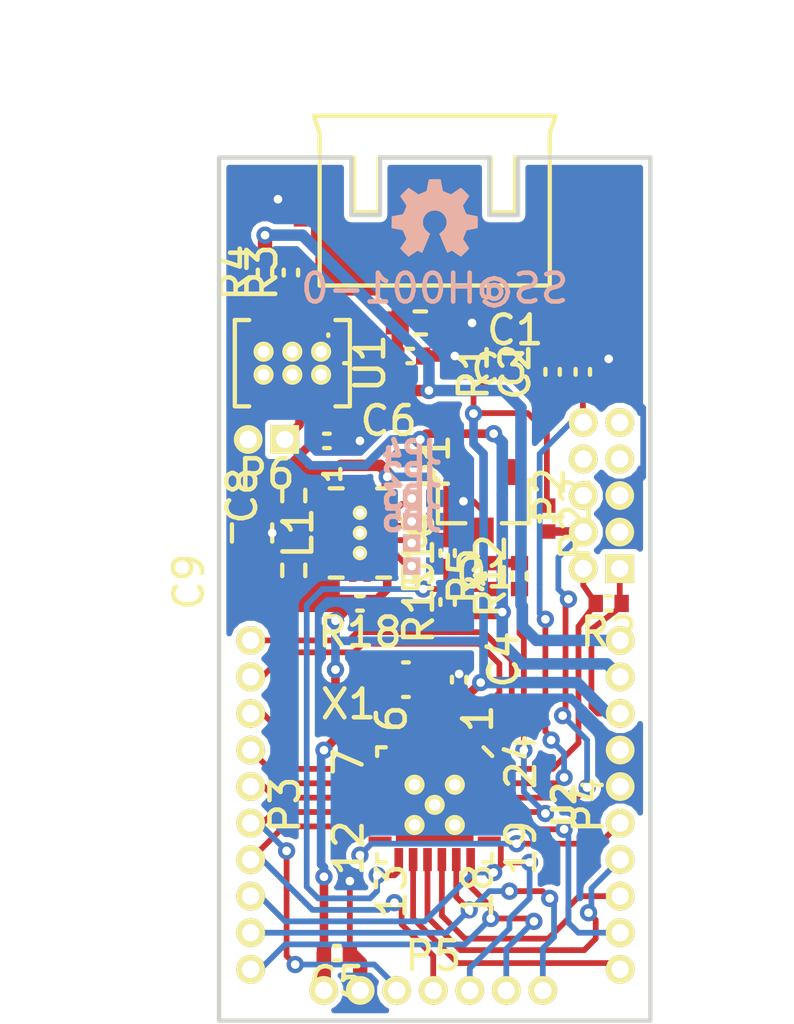
<source format=kicad_pcb>
(kicad_pcb (version 3) (host pcbnew "(2013-jul-07)-stable")

  (general
    (links 124)
    (no_connects 0)
    (area -7.858334 -35.274999 22.758334 0.075001)
    (thickness 1.6)
    (drawings 18)
    (tracks 453)
    (zones 0)
    (modules 35)
    (nets 38)
  )

  (page A4)
  (layers
    (15 F.Cu signal)
    (0 B.Cu signal)
    (17 F.Adhes user)
    (19 F.Paste user)
    (20 B.SilkS user)
    (21 F.SilkS user)
    (22 B.Mask user)
    (23 F.Mask user)
    (25 Cmts.User user)
    (28 Edge.Cuts user)
  )

  (setup
    (last_trace_width 0.2)
    (user_trace_width 0.1)
    (user_trace_width 0.15)
    (user_trace_width 0.2)
    (user_trace_width 0.25)
    (user_trace_width 0.3)
    (user_trace_width 0.4)
    (user_trace_width 0.5)
    (trace_clearance 0.18)
    (zone_clearance 0.18)
    (zone_45_only no)
    (trace_min 0.16)
    (segment_width 0.15)
    (edge_width 0.15)
    (via_size 0.6)
    (via_drill 0.3)
    (via_min_size 0.3)
    (via_min_drill 0.3)
    (user_via 0.4 0.3)
    (user_via 0.6 0.3)
    (uvia_size 0.6)
    (uvia_drill 0.3)
    (uvias_allowed no)
    (uvia_min_size 0.3)
    (uvia_min_drill 0.3)
    (pcb_text_width 0.3)
    (pcb_text_size 1 1)
    (mod_edge_width 0.15)
    (mod_text_size 1 1)
    (mod_text_width 0.16)
    (pad_size 0.6 0.6)
    (pad_drill 0)
    (pad_to_mask_clearance 0)
    (aux_axis_origin 206 165)
    (visible_elements 7FFFFF8F)
    (pcbplotparams
      (layerselection 284721153)
      (usegerberextensions true)
      (excludeedgelayer true)
      (linewidth 0.160000)
      (plotframeref false)
      (viasonmask false)
      (mode 1)
      (useauxorigin false)
      (hpglpennumber 1)
      (hpglpenspeed 20)
      (hpglpendiameter 15)
      (hpglpenoverlay 2)
      (psnegative false)
      (psa4output false)
      (plotreference false)
      (plotvalue false)
      (plotothertext false)
      (plotinvisibletext false)
      (padsonsilk false)
      (subtractmaskfromsilk false)
      (outputformat 1)
      (mirror false)
      (drillshape 0)
      (scaleselection 1)
      (outputdirectory ../../08-DocumentiProdotti/07-Gerber/SSatH001-0/))
  )

  (net 0 "")
  (net 1 +5V)
  (net 2 +BATT)
  (net 3 /Ai0)
  (net 4 /Ai1)
  (net 5 /Ai2)
  (net 6 /Ai3)
  (net 7 /Ao0)
  (net 8 /BattDet)
  (net 9 /Dio0)
  (net 10 /Dio1)
  (net 11 /Dio2)
  (net 12 /Dio3)
  (net 13 /Dio4)
  (net 14 /Dio5)
  (net 15 /Dio6)
  (net 16 /Dio7)
  (net 17 /Extal0)
  (net 18 /SwdClk)
  (net 19 /SwdDio)
  (net 20 /Swd~Reset)
  (net 21 /UartRx)
  (net 22 /UartTx)
  (net 23 /Vbat)
  (net 24 /Xtal0)
  (net 25 GND)
  (net 26 N-0000021)
  (net 27 N-000003)
  (net 28 N-0000030)
  (net 29 N-0000033)
  (net 30 N-0000036)
  (net 31 N-000004)
  (net 32 N-0000054)
  (net 33 N-0000055)
  (net 34 N-0000056)
  (net 35 N-0000057)
  (net 36 N-0000061)
  (net 37 VCC)

  (net_class Default "This is the default net class."
    (clearance 0.18)
    (trace_width 0.2)
    (via_dia 0.6)
    (via_drill 0.3)
    (uvia_dia 0.6)
    (uvia_drill 0.3)
    (add_net "")
    (add_net +5V)
    (add_net +BATT)
    (add_net /Ai0)
    (add_net /Ai1)
    (add_net /Ai2)
    (add_net /Ai3)
    (add_net /Ao0)
    (add_net /BattDet)
    (add_net /Dio0)
    (add_net /Dio1)
    (add_net /Dio2)
    (add_net /Dio3)
    (add_net /Dio4)
    (add_net /Dio5)
    (add_net /Dio6)
    (add_net /Dio7)
    (add_net /Extal0)
    (add_net /SwdClk)
    (add_net /SwdDio)
    (add_net /Swd~Reset)
    (add_net /UartRx)
    (add_net /UartTx)
    (add_net /Vbat)
    (add_net /Xtal0)
    (add_net GND)
    (add_net N-0000021)
    (add_net N-000003)
    (add_net N-0000030)
    (add_net N-0000033)
    (add_net N-0000036)
    (add_net N-000004)
    (add_net N-0000054)
    (add_net N-0000055)
    (add_net N-0000056)
    (add_net N-0000057)
    (add_net N-0000061)
    (add_net VCC)
  )

  (module OSHW-logo_silkscreen-front_3mm (layer B.Cu) (tedit 0) (tstamp 550C37CC)
    (at 7.5 -27.9)
    (fp_text reference G*** (at 0 -1.59004) (layer B.SilkS) hide
      (effects (font (size 1 1) (thickness 0.16)) (justify mirror))
    )
    (fp_text value OSHW-logo_silkscreen-front_3mm (at 0 1.59004) (layer B.SilkS) hide
      (effects (font (size 0.13462 0.13462) (thickness 0.0254)) (justify mirror))
    )
    (fp_poly (pts (xy -0.90932 1.3462) (xy -0.89154 1.33858) (xy -0.85852 1.31572) (xy -0.80772 1.2827)
      (xy -0.7493 1.2446) (xy -0.68834 1.20396) (xy -0.64008 1.17094) (xy -0.60452 1.14808)
      (xy -0.59182 1.14046) (xy -0.5842 1.143) (xy -0.55626 1.15824) (xy -0.51562 1.17856)
      (xy -0.49022 1.19126) (xy -0.45212 1.2065) (xy -0.43434 1.21158) (xy -0.4318 1.2065)
      (xy -0.41656 1.17602) (xy -0.39624 1.12776) (xy -0.3683 1.06172) (xy -0.33528 0.98552)
      (xy -0.29972 0.90424) (xy -0.2667 0.82042) (xy -0.23368 0.74168) (xy -0.2032 0.66802)
      (xy -0.18034 0.6096) (xy -0.1651 0.56896) (xy -0.15748 0.55118) (xy -0.16002 0.54864)
      (xy -0.1778 0.53086) (xy -0.21082 0.50546) (xy -0.28194 0.44704) (xy -0.35306 0.36068)
      (xy -0.39624 0.26162) (xy -0.40894 0.14986) (xy -0.39878 0.04826) (xy -0.35814 -0.04826)
      (xy -0.28956 -0.13716) (xy -0.20574 -0.2032) (xy -0.10922 -0.24384) (xy 0 -0.25654)
      (xy 0.10414 -0.24638) (xy 0.2032 -0.20574) (xy 0.2921 -0.1397) (xy 0.3302 -0.09652)
      (xy 0.381 -0.00508) (xy 0.41148 0.0889) (xy 0.41402 0.11176) (xy 0.40894 0.21844)
      (xy 0.37846 0.32004) (xy 0.32258 0.40894) (xy 0.24638 0.4826) (xy 0.23622 0.49022)
      (xy 0.20066 0.51816) (xy 0.17526 0.53594) (xy 0.15748 0.55118) (xy 0.2921 0.87376)
      (xy 0.31242 0.92456) (xy 0.35052 1.01346) (xy 0.381 1.08966) (xy 0.40894 1.15062)
      (xy 0.42672 1.19126) (xy 0.43434 1.2065) (xy 0.43434 1.2065) (xy 0.44704 1.20904)
      (xy 0.4699 1.20142) (xy 0.51562 1.17856) (xy 0.5461 1.16332) (xy 0.57912 1.14808)
      (xy 0.59436 1.14046) (xy 0.6096 1.14808) (xy 0.64262 1.1684) (xy 0.68834 1.20142)
      (xy 0.74676 1.23952) (xy 0.80264 1.27762) (xy 0.85344 1.31064) (xy 0.889 1.33604)
      (xy 0.90678 1.34366) (xy 0.90932 1.34366) (xy 0.9271 1.33604) (xy 0.95504 1.31064)
      (xy 0.99822 1.27) (xy 1.06172 1.20904) (xy 1.07188 1.19888) (xy 1.12268 1.14808)
      (xy 1.16332 1.10236) (xy 1.19126 1.07188) (xy 1.20142 1.05918) (xy 1.20142 1.05918)
      (xy 1.19126 1.0414) (xy 1.1684 1.0033) (xy 1.13538 0.9525) (xy 1.09474 0.89154)
      (xy 0.98806 0.7366) (xy 1.04648 0.59182) (xy 1.06426 0.5461) (xy 1.08712 0.49022)
      (xy 1.1049 0.45212) (xy 1.11252 0.43434) (xy 1.1303 0.42926) (xy 1.1684 0.4191)
      (xy 1.22682 0.40894) (xy 1.29794 0.39624) (xy 1.36398 0.38354) (xy 1.4224 0.37084)
      (xy 1.46558 0.36322) (xy 1.4859 0.36068) (xy 1.49098 0.3556) (xy 1.49352 0.34798)
      (xy 1.49606 0.32766) (xy 1.4986 0.28956) (xy 1.4986 0.23368) (xy 1.4986 0.14986)
      (xy 1.4986 0.14224) (xy 1.4986 0.0635) (xy 1.49606 0) (xy 1.49352 -0.0381)
      (xy 1.49098 -0.05588) (xy 1.49098 -0.05588) (xy 1.4732 -0.06096) (xy 1.43002 -0.06858)
      (xy 1.3716 -0.08128) (xy 1.30048 -0.09398) (xy 1.2954 -0.09398) (xy 1.22428 -0.10922)
      (xy 1.16586 -0.12192) (xy 1.12268 -0.12954) (xy 1.1049 -0.13716) (xy 1.10236 -0.14224)
      (xy 1.08712 -0.17018) (xy 1.0668 -0.21336) (xy 1.04394 -0.2667) (xy 1.02108 -0.32258)
      (xy 1.00076 -0.37338) (xy 0.98806 -0.40894) (xy 0.98298 -0.42672) (xy 0.98298 -0.42672)
      (xy 0.99314 -0.4445) (xy 1.01854 -0.48006) (xy 1.0541 -0.53086) (xy 1.09474 -0.59182)
      (xy 1.09728 -0.5969) (xy 1.13792 -0.65786) (xy 1.17094 -0.70866) (xy 1.1938 -0.74422)
      (xy 1.20142 -0.75946) (xy 1.20142 -0.762) (xy 1.18872 -0.77978) (xy 1.15824 -0.8128)
      (xy 1.11252 -0.85852) (xy 1.06172 -0.91186) (xy 1.04394 -0.9271) (xy 0.98552 -0.98552)
      (xy 0.94488 -1.02108) (xy 0.91948 -1.0414) (xy 0.90932 -1.04648) (xy 0.90678 -1.04648)
      (xy 0.889 -1.03632) (xy 0.8509 -1.01092) (xy 0.8001 -0.97536) (xy 0.73914 -0.93472)
      (xy 0.7366 -0.93218) (xy 0.67564 -0.89154) (xy 0.62484 -0.85598) (xy 0.58928 -0.83312)
      (xy 0.57404 -0.8255) (xy 0.5715 -0.8255) (xy 0.54864 -0.83058) (xy 0.50546 -0.84582)
      (xy 0.45212 -0.86614) (xy 0.39624 -0.889) (xy 0.34544 -0.90932) (xy 0.30988 -0.9271)
      (xy 0.2921 -0.93726) (xy 0.28956 -0.93726) (xy 0.28448 -0.96012) (xy 0.27432 -1.00584)
      (xy 0.26162 -1.0668) (xy 0.24638 -1.14046) (xy 0.24384 -1.15062) (xy 0.23114 -1.22428)
      (xy 0.22098 -1.2827) (xy 0.21082 -1.32334) (xy 0.20828 -1.34112) (xy 0.19812 -1.34112)
      (xy 0.16256 -1.34366) (xy 0.10922 -1.3462) (xy 0.04318 -1.3462) (xy -0.02286 -1.3462)
      (xy -0.0889 -1.3462) (xy -0.14478 -1.34366) (xy -0.18542 -1.34112) (xy -0.2032 -1.33604)
      (xy -0.2032 -1.33604) (xy -0.20828 -1.31318) (xy -0.21844 -1.27) (xy -0.23114 -1.2065)
      (xy -0.24638 -1.13284) (xy -0.24892 -1.12014) (xy -0.26162 -1.04902) (xy -0.27432 -0.9906)
      (xy -0.28194 -0.94996) (xy -0.28702 -0.93472) (xy -0.2921 -0.93218) (xy -0.32258 -0.91694)
      (xy -0.37084 -0.89916) (xy -0.42926 -0.87376) (xy -0.56642 -0.81788) (xy -0.73406 -0.93472)
      (xy -0.7493 -0.94488) (xy -0.81026 -0.98552) (xy -0.86106 -1.01854) (xy -0.89662 -1.0414)
      (xy -0.90932 -1.04902) (xy -0.91186 -1.04902) (xy -0.9271 -1.03378) (xy -0.96012 -1.0033)
      (xy -1.00584 -0.95758) (xy -1.05918 -0.90678) (xy -1.09982 -0.86614) (xy -1.14554 -0.82042)
      (xy -1.17348 -0.7874) (xy -1.19126 -0.76708) (xy -1.19634 -0.75438) (xy -1.1938 -0.74676)
      (xy -1.18364 -0.72898) (xy -1.15824 -0.69342) (xy -1.12522 -0.64008) (xy -1.08458 -0.58166)
      (xy -1.04902 -0.53086) (xy -1.01346 -0.47498) (xy -0.9906 -0.43434) (xy -0.98044 -0.41656)
      (xy -0.98298 -0.4064) (xy -0.99568 -0.37338) (xy -1.016 -0.32512) (xy -1.0414 -0.26416)
      (xy -1.09982 -0.13208) (xy -1.18618 -0.1143) (xy -1.23952 -0.10414) (xy -1.31318 -0.09144)
      (xy -1.3843 -0.0762) (xy -1.49606 -0.05588) (xy -1.4986 0.34798) (xy -1.48082 0.3556)
      (xy -1.46558 0.36068) (xy -1.42494 0.37084) (xy -1.36652 0.381) (xy -1.29794 0.3937)
      (xy -1.23698 0.4064) (xy -1.17856 0.41656) (xy -1.13538 0.42418) (xy -1.1176 0.42926)
      (xy -1.11252 0.43434) (xy -1.09728 0.46482) (xy -1.07696 0.51054) (xy -1.0541 0.56388)
      (xy -1.0287 0.6223) (xy -1.00838 0.6731) (xy -0.99314 0.71374) (xy -0.98806 0.73406)
      (xy -0.99568 0.7493) (xy -1.01854 0.78486) (xy -1.05156 0.83566) (xy -1.0922 0.89408)
      (xy -1.13284 0.9525) (xy -1.16586 1.0033) (xy -1.19126 1.03886) (xy -1.19888 1.05664)
      (xy -1.1938 1.0668) (xy -1.17094 1.09474) (xy -1.12776 1.14046) (xy -1.06172 1.2065)
      (xy -1.04902 1.21666) (xy -0.99822 1.26746) (xy -0.9525 1.3081) (xy -0.92202 1.33604)
      (xy -0.90932 1.3462)) (layer B.SilkS) (width 0.00254))
  )

  (module SOT23 (layer F.Cu) (tedit 52C68291) (tstamp 54BBE986)
    (at 9.2 -18.05 180)
    (path /54A71BDD)
    (fp_text reference Q1 (at -0.05 -2.5 180) (layer F.SilkS)
      (effects (font (size 1 1) (thickness 0.16)))
    )
    (fp_text value MMBF170 (at 0 0 180) (layer F.SilkS) hide
      (effects (font (size 1 1) (thickness 0.15)))
    )
    (fp_line (start 1.5875 -0.762) (end 0.635 -0.762) (layer F.SilkS) (width 0.15))
    (fp_line (start -1.5875 -0.762) (end -0.635 -0.762) (layer F.SilkS) (width 0.15))
    (fp_line (start 1.5875 0.762) (end 1.5875 -0.762) (layer F.SilkS) (width 0.15))
    (fp_line (start -1.5875 0.762) (end -1.5875 -0.762) (layer F.SilkS) (width 0.15))
    (pad 3 smd rect (at 0 -1.016 180) (size 0.7 0.9)
      (layers F.Cu F.Paste F.Mask)
      (net 25 GND)
    )
    (pad 1 smd rect (at -0.9525 1.016 180) (size 0.7 0.9)
      (layers F.Cu F.Paste F.Mask)
      (net 29 N-0000033)
    )
    (pad 2 smd rect (at 0.9525 1.016 180) (size 0.7 0.9)
      (layers F.Cu F.Paste F.Mask)
      (net 26 N-0000021)
    )
  )

  (module MICRO-USB-B (layer F.Cu) (tedit 54B2DF62) (tstamp 54BBE93B)
    (at 7.5 -28.9 270)
    (descr "PC B microusb b-type connectors, Hirose Series")
    (tags microusb)
    (path /54B66385)
    (attr smd)
    (fp_text reference P1 (at 9.5 0 270) (layer F.SilkS)
      (effects (font (size 1 1) (thickness 0.16)))
    )
    (fp_text value MICRO-USB (at 0 0 270) (layer F.SilkS) hide
      (effects (font (size 0.85 0.85) (thickness 0.2)))
    )
    (fp_line (start -1.95072 -4.0005) (end -2.55016 -4.20116) (layer F.SilkS) (width 0.14986))
    (fp_line (start -2.55016 -4.20116) (end -2.55016 4.20116) (layer F.SilkS) (width 0.14986))
    (fp_line (start -2.55016 4.20116) (end -1.95072 4.0005) (layer F.SilkS) (width 0.14986))
    (fp_line (start -1.95072 4.0005) (end -1.09982 4.0005) (layer F.SilkS) (width 0.14986))
    (fp_line (start -1.09982 -4.0005) (end -1.95072 -4.0005) (layer F.SilkS) (width 0.14986))
    (fp_line (start 0.8001 -2.79908) (end 0.8001 -1.95072) (layer F.SilkS) (width 0.14986))
    (fp_line (start 0.8001 -1.95072) (end -1.09982 -1.95072) (layer F.SilkS) (width 0.14986))
    (fp_line (start -1.09982 -1.95072) (end -1.09982 0) (layer F.SilkS) (width 0.14986))
    (fp_line (start 0.8001 2.79908) (end 0.8001 1.95072) (layer F.SilkS) (width 0.14986))
    (fp_line (start 0.8001 1.95072) (end -1.09982 1.95072) (layer F.SilkS) (width 0.14986))
    (fp_line (start -1.09982 1.95072) (end -1.09982 0) (layer F.SilkS) (width 0.14986))
    (fp_line (start -1.09982 2.79908) (end 0.8001 2.79908) (layer F.SilkS) (width 0.14986))
    (fp_line (start -1.09982 -2.79908) (end 0.8001 -2.79908) (layer F.SilkS) (width 0.14986))
    (fp_line (start -1.09982 -4.0005) (end 3.35026 -4.0005) (layer F.SilkS) (width 0.14986))
    (fp_line (start 3.35026 -4.0005) (end 3.35026 4.0005) (layer F.SilkS) (width 0.14986))
    (fp_line (start 3.35026 4.0005) (end -1.09982 4.0005) (layer F.SilkS) (width 0.14986))
    (fp_line (start -1.09982 4.0005) (end -1.09982 2.79908) (layer F.SilkS) (width 0.14986))
    (fp_line (start -1.09982 -2.79908) (end -1.09982 -4.0005) (layer F.SilkS) (width 0.14986))
    (pad 5 smd rect (at 3.02514 -1.30048 270) (size 1.34874 0.39878)
      (layers F.Cu F.Paste F.Mask)
      (net 25 GND)
    )
    (pad 4 smd rect (at 3.02514 -0.65024 270) (size 1.34874 0.39878)
      (layers F.Cu F.Paste F.Mask)
    )
    (pad 3 smd rect (at 3.02514 0 270) (size 1.34874 0.39878)
      (layers F.Cu F.Paste F.Mask)
    )
    (pad 2 smd rect (at 3.02514 0.65024 270) (size 1.34874 0.39878)
      (layers F.Cu F.Paste F.Mask)
    )
    (pad 1 smd rect (at 3.02514 1.30048 270) (size 1.34874 0.39878)
      (layers F.Cu F.Paste F.Mask)
      (net 1 +5V)
    )
    (pad 5 smd rect (at 2.70002 -3.0988 270) (size 1.99898 2.10058)
      (layers F.Cu F.Paste F.Mask)
      (net 25 GND)
    )
    (pad 5 smd rect (at 2.70002 3.0988 270) (size 1.99898 2.10058)
      (layers F.Cu F.Paste F.Mask)
      (net 25 GND)
    )
    (pad 5 smd rect (at 0.35052 -4.09956 270) (size 1.89992 1.6002)
      (layers F.Cu F.Paste F.Mask)
      (net 25 GND)
    )
    (pad 5 smd rect (at 0.35052 4.09956 270) (size 1.89992 1.6002)
      (layers F.Cu F.Paste F.Mask)
      (net 25 GND)
    )
    (pad SHLD smd rect (at 0.35052 -0.8509 270) (size 1.89992 1.19888)
      (layers F.Cu F.Paste F.Mask)
    )
    (pad SHLD smd rect (at 0.35052 0.8509 270) (size 1.89992 1.19888)
      (layers F.Cu F.Paste F.Mask)
    )
  )

  (module 0805 (layer F.Cu) (tedit 542B042C) (tstamp 54BBE912)
    (at 1.15 -16.95 270)
    (path /54A6BC1C)
    (fp_text reference L1 (at 0 -1.6 270) (layer F.SilkS)
      (effects (font (size 1 1) (thickness 0.16)))
    )
    (fp_text value 2.2uH (at 0 0 270) (layer F.SilkS) hide
      (effects (font (size 1 1) (thickness 0.15)))
    )
    (fp_line (start -0.3 0.7) (end 0.3 0.7) (layer F.SilkS) (width 0.15))
    (fp_line (start -0.3 -0.7) (end 0.3 -0.7) (layer F.SilkS) (width 0.15))
    (pad 1 smd rect (at -1 0 270) (size 1 1.25)
      (layers F.Cu F.Paste F.Mask)
      (net 31 N-000004)
    )
    (pad 2 smd rect (at 1 0 270) (size 1 1.25)
      (layers F.Cu F.Paste F.Mask)
      (net 37 VCC)
    )
  )

  (module 0603 (layer F.Cu) (tedit 550C107C) (tstamp 54BBE8D8)
    (at 7 -24.25)
    (path /54A5D7B0)
    (fp_text reference C1 (at 3.3 0.25) (layer F.SilkS)
      (effects (font (size 1 1) (thickness 0.16)))
    )
    (fp_text value 10uF (at 0 0) (layer F.SilkS) hide
      (effects (font (size 1 1) (thickness 0.15)))
    )
    (fp_line (start -0.2 0.4) (end 0.2 0.4) (layer F.SilkS) (width 0.15))
    (fp_line (start -0.2 -0.4) (end 0.2 -0.4) (layer F.SilkS) (width 0.15))
    (pad 1 smd rect (at -0.8 0) (size 0.8 0.8)
      (layers F.Cu F.Paste F.Mask)
      (net 1 +5V)
    )
    (pad 2 smd rect (at 0.8 0) (size 0.8 0.8)
      (layers F.Cu F.Paste F.Mask)
      (net 25 GND)
    )
  )

  (module 0603 (layer F.Cu) (tedit 546EECDF) (tstamp 54BBE8CF)
    (at 2.6 -18.25 90)
    (path /54A6BD88)
    (fp_text reference C8 (at 0 -1.8 90) (layer F.SilkS)
      (effects (font (size 1 1) (thickness 0.16)))
    )
    (fp_text value 10uF (at 0 0 90) (layer F.SilkS) hide
      (effects (font (size 1 1) (thickness 0.15)))
    )
    (fp_line (start -0.2 0.4) (end 0.2 0.4) (layer F.SilkS) (width 0.15))
    (fp_line (start -0.2 -0.4) (end 0.2 -0.4) (layer F.SilkS) (width 0.15))
    (pad 1 smd rect (at -0.8 0 90) (size 0.8 0.8)
      (layers F.Cu F.Paste F.Mask)
      (net 25 GND)
    )
    (pad 2 smd rect (at 0.8 0 90) (size 0.8 0.8)
      (layers F.Cu F.Paste F.Mask)
      (net 36 N-0000061)
    )
  )

  (module 0603 (layer F.Cu) (tedit 550C114B) (tstamp 54BBE8A3)
    (at 2.6 -15.65 90)
    (path /54A6C426)
    (fp_text reference C9 (at -0.4 -3.65 90) (layer F.SilkS)
      (effects (font (size 1 1) (thickness 0.16)))
    )
    (fp_text value 10uF (at 0 0 90) (layer F.SilkS) hide
      (effects (font (size 1 1) (thickness 0.15)))
    )
    (fp_line (start -0.2 0.4) (end 0.2 0.4) (layer F.SilkS) (width 0.15))
    (fp_line (start -0.2 -0.4) (end 0.2 -0.4) (layer F.SilkS) (width 0.15))
    (pad 1 smd rect (at -0.8 0 90) (size 0.8 0.8)
      (layers F.Cu F.Paste F.Mask)
      (net 37 VCC)
    )
    (pad 2 smd rect (at 0.8 0 90) (size 0.8 0.8)
      (layers F.Cu F.Paste F.Mask)
      (net 25 GND)
    )
  )

  (module 0402 (layer F.Cu) (tedit 54BBDF88) (tstamp 54B668A8)
    (at 4.9 -14.5 180)
    (descr "SMD 0402")
    (tags "0402 SM0402")
    (path /54B2DE54)
    (attr smd)
    (fp_text reference R18 (at 0 -1 180) (layer F.SilkS)
      (effects (font (size 1 1) (thickness 0.16)))
    )
    (fp_text value 1M (at 0.44958 0.09906 180) (layer F.SilkS) hide
      (effects (font (size 1.00076 1.00076) (thickness 0.20066)))
    )
    (fp_line (start 0.1 0.25) (end -0.1 0.25) (layer F.SilkS) (width 0.15))
    (fp_line (start -0.1 -0.25) (end 0.1 -0.25) (layer F.SilkS) (width 0.15))
    (pad 1 smd rect (at -0.45 0 180) (size 0.50038 0.59944)
      (layers F.Cu F.Paste F.Mask)
      (net 27 N-000003)
    )
    (pad 2 smd rect (at 0.45 0 180) (size 0.50038 0.59944)
      (layers F.Cu F.Paste F.Mask)
      (net 37 VCC)
    )
    (model smd/chip_cms.wrl
      (at (xyz 0 0 0))
      (scale (xyz 0.05 0.05 0.05))
      (rotate (xyz 0 0 0))
    )
  )

  (module 0402 (layer F.Cu) (tedit 54BBDF88) (tstamp 54B6689E)
    (at 2.5 -26 90)
    (descr "SMD 0402")
    (tags "0402 SM0402")
    (path /54F32F84)
    (attr smd)
    (fp_text reference R3 (at 0 -1 90) (layer F.SilkS)
      (effects (font (size 1 1) (thickness 0.16)))
    )
    (fp_text value 3.9k (at 0.44958 0.09906 90) (layer F.SilkS) hide
      (effects (font (size 1.00076 1.00076) (thickness 0.20066)))
    )
    (fp_line (start 0.1 0.25) (end -0.1 0.25) (layer F.SilkS) (width 0.15))
    (fp_line (start -0.1 -0.25) (end 0.1 -0.25) (layer F.SilkS) (width 0.15))
    (pad 1 smd rect (at -0.45 0 90) (size 0.50038 0.59944)
      (layers F.Cu F.Paste F.Mask)
      (net 28 N-0000030)
    )
    (pad 2 smd rect (at 0.45 0 90) (size 0.50038 0.59944)
      (layers F.Cu F.Paste F.Mask)
      (net 1 +5V)
    )
    (model smd/chip_cms.wrl
      (at (xyz 0 0 0))
      (scale (xyz 0.05 0.05 0.05))
      (rotate (xyz 0 0 0))
    )
  )

  (module 0402 (layer F.Cu) (tedit 54BBDF88) (tstamp 54BA4840)
    (at 13.55 -14.5 180)
    (descr "SMD 0402")
    (tags "0402 SM0402")
    (path /54B91083)
    (attr smd)
    (fp_text reference R2 (at 0 -1 180) (layer F.SilkS)
      (effects (font (size 1 1) (thickness 0.16)))
    )
    (fp_text value 10k (at 0.44958 0.09906 180) (layer F.SilkS) hide
      (effects (font (size 1.00076 1.00076) (thickness 0.20066)))
    )
    (fp_line (start 0.1 0.25) (end -0.1 0.25) (layer F.SilkS) (width 0.15))
    (fp_line (start -0.1 -0.25) (end 0.1 -0.25) (layer F.SilkS) (width 0.15))
    (pad 1 smd rect (at -0.45 0 180) (size 0.50038 0.59944)
      (layers F.Cu F.Paste F.Mask)
      (net 37 VCC)
    )
    (pad 2 smd rect (at 0.45 0 180) (size 0.50038 0.59944)
      (layers F.Cu F.Paste F.Mask)
      (net 19 /SwdDio)
    )
    (model smd/chip_cms.wrl
      (at (xyz 0 0 0))
      (scale (xyz 0.05 0.05 0.05))
      (rotate (xyz 0 0 0))
    )
  )

  (module 0402 (layer F.Cu) (tedit 550C109F) (tstamp 54B66880)
    (at 11.6 -22.55 270)
    (descr "SMD 0402")
    (tags "0402 SM0402")
    (path /54B90C12)
    (attr smd)
    (fp_text reference R1 (at 0 2.75 270) (layer F.SilkS)
      (effects (font (size 1 1) (thickness 0.16)))
    )
    (fp_text value 10k (at 0.44958 0.09906 270) (layer F.SilkS) hide
      (effects (font (size 1.00076 1.00076) (thickness 0.20066)))
    )
    (fp_line (start 0.1 0.25) (end -0.1 0.25) (layer F.SilkS) (width 0.15))
    (fp_line (start -0.1 -0.25) (end 0.1 -0.25) (layer F.SilkS) (width 0.15))
    (pad 1 smd rect (at -0.45 0 270) (size 0.50038 0.59944)
      (layers F.Cu F.Paste F.Mask)
      (net 37 VCC)
    )
    (pad 2 smd rect (at 0.45 0 270) (size 0.50038 0.59944)
      (layers F.Cu F.Paste F.Mask)
      (net 20 /Swd~Reset)
    )
    (model smd/chip_cms.wrl
      (at (xyz 0 0 0))
      (scale (xyz 0.05 0.05 0.05))
      (rotate (xyz 0 0 0))
    )
  )

  (module 0402 (layer F.Cu) (tedit 54BBDF88) (tstamp 54B6684E)
    (at 7.95 -14.55 90)
    (descr "SMD 0402")
    (tags "0402 SM0402")
    (path /549DAEC1)
    (attr smd)
    (fp_text reference R15 (at 0 -1 90) (layer F.SilkS)
      (effects (font (size 1 1) (thickness 0.16)))
    )
    (fp_text value 200k (at 0.44958 0.09906 90) (layer F.SilkS) hide
      (effects (font (size 1.00076 1.00076) (thickness 0.20066)))
    )
    (fp_line (start 0.1 0.25) (end -0.1 0.25) (layer F.SilkS) (width 0.15))
    (fp_line (start -0.1 -0.25) (end 0.1 -0.25) (layer F.SilkS) (width 0.15))
    (pad 1 smd rect (at -0.45 0 90) (size 0.50038 0.59944)
      (layers F.Cu F.Paste F.Mask)
      (net 2 +BATT)
    )
    (pad 2 smd rect (at 0.45 0 90) (size 0.50038 0.59944)
      (layers F.Cu F.Paste F.Mask)
      (net 23 /Vbat)
    )
    (model smd/chip_cms.wrl
      (at (xyz 0 0 0))
      (scale (xyz 0.05 0.05 0.05))
      (rotate (xyz 0 0 0))
    )
  )

  (module 0402 (layer F.Cu) (tedit 54BBDF88) (tstamp 54B6683A)
    (at 10.45 -15.45 90)
    (descr "SMD 0402")
    (tags "0402 SM0402")
    (path /54A72378)
    (attr smd)
    (fp_text reference R12 (at 0 -1 90) (layer F.SilkS)
      (effects (font (size 1 1) (thickness 0.16)))
    )
    (fp_text value 0 (at 0.44958 0.09906 90) (layer F.SilkS) hide
      (effects (font (size 1.00076 1.00076) (thickness 0.20066)))
    )
    (fp_line (start 0.1 0.25) (end -0.1 0.25) (layer F.SilkS) (width 0.15))
    (fp_line (start -0.1 -0.25) (end 0.1 -0.25) (layer F.SilkS) (width 0.15))
    (pad 1 smd rect (at -0.45 0 90) (size 0.50038 0.59944)
      (layers F.Cu F.Paste F.Mask)
      (net 8 /BattDet)
    )
    (pad 2 smd rect (at 0.45 0 90) (size 0.50038 0.59944)
      (layers F.Cu F.Paste F.Mask)
      (net 29 N-0000033)
    )
    (model smd/chip_cms.wrl
      (at (xyz 0 0 0))
      (scale (xyz 0.05 0.05 0.05))
      (rotate (xyz 0 0 0))
    )
  )

  (module 0402 (layer F.Cu) (tedit 550C0FBD) (tstamp 54B66830)
    (at 8.35 -11.85 90)
    (descr "SMD 0402")
    (tags "0402 SM0402")
    (path /549DAA84)
    (attr smd)
    (fp_text reference C4 (at 0.7 1.55 90) (layer F.SilkS)
      (effects (font (size 1 1) (thickness 0.16)))
    )
    (fp_text value 100nF (at 0.44958 0.09906 90) (layer F.SilkS) hide
      (effects (font (size 1.00076 1.00076) (thickness 0.20066)))
    )
    (fp_line (start 0.1 0.25) (end -0.1 0.25) (layer F.SilkS) (width 0.15))
    (fp_line (start -0.1 -0.25) (end 0.1 -0.25) (layer F.SilkS) (width 0.15))
    (pad 1 smd rect (at -0.45 0 90) (size 0.50038 0.59944)
      (layers F.Cu F.Paste F.Mask)
      (net 37 VCC)
    )
    (pad 2 smd rect (at 0.45 0 90) (size 0.50038 0.59944)
      (layers F.Cu F.Paste F.Mask)
      (net 25 GND)
    )
    (model smd/chip_cms.wrl
      (at (xyz 0 0 0))
      (scale (xyz 0.05 0.05 0.05))
      (rotate (xyz 0 0 0))
    )
  )

  (module 0402 (layer F.Cu) (tedit 550C1082) (tstamp 54B667CC)
    (at 6.65 -23.1)
    (descr "SMD 0402")
    (tags "0402 SM0402")
    (path /54A5D8D2)
    (attr smd)
    (fp_text reference C3 (at 3.1 0.45) (layer F.SilkS)
      (effects (font (size 1 1) (thickness 0.16)))
    )
    (fp_text value 1uF (at 0.44958 0.09906) (layer F.SilkS) hide
      (effects (font (size 1.00076 1.00076) (thickness 0.20066)))
    )
    (fp_line (start 0.1 0.25) (end -0.1 0.25) (layer F.SilkS) (width 0.15))
    (fp_line (start -0.1 -0.25) (end 0.1 -0.25) (layer F.SilkS) (width 0.15))
    (pad 1 smd rect (at -0.45 0) (size 0.50038 0.59944)
      (layers F.Cu F.Paste F.Mask)
      (net 1 +5V)
    )
    (pad 2 smd rect (at 0.45 0) (size 0.50038 0.59944)
      (layers F.Cu F.Paste F.Mask)
      (net 25 GND)
    )
    (model smd/chip_cms.wrl
      (at (xyz 0 0 0))
      (scale (xyz 0.05 0.05 0.05))
      (rotate (xyz 0 0 0))
    )
  )

  (module 0402 (layer F.Cu) (tedit 54BBDF88) (tstamp 54B667C2)
    (at 7.95 -16.25 90)
    (descr "SMD 0402")
    (tags "0402 SM0402")
    (path /549DAEC7)
    (attr smd)
    (fp_text reference R16 (at 0 -1 90) (layer F.SilkS)
      (effects (font (size 1 1) (thickness 0.16)))
    )
    (fp_text value 200k (at 0.44958 0.09906 90) (layer F.SilkS) hide
      (effects (font (size 1.00076 1.00076) (thickness 0.20066)))
    )
    (fp_line (start 0.1 0.25) (end -0.1 0.25) (layer F.SilkS) (width 0.15))
    (fp_line (start -0.1 -0.25) (end 0.1 -0.25) (layer F.SilkS) (width 0.15))
    (pad 1 smd rect (at -0.45 0 90) (size 0.50038 0.59944)
      (layers F.Cu F.Paste F.Mask)
      (net 23 /Vbat)
    )
    (pad 2 smd rect (at 0.45 0 90) (size 0.50038 0.59944)
      (layers F.Cu F.Paste F.Mask)
      (net 26 N-0000021)
    )
    (model smd/chip_cms.wrl
      (at (xyz 0 0 0))
      (scale (xyz 0.05 0.05 0.05))
      (rotate (xyz 0 0 0))
    )
  )

  (module 0402 (layer F.Cu) (tedit 550C10A1) (tstamp 54BA3C25)
    (at 12.65 -22.55 90)
    (descr "SMD 0402")
    (tags "0402 SM0402")
    (path /54B9128A)
    (attr smd)
    (fp_text reference C2 (at 0 -2.35 90) (layer F.SilkS)
      (effects (font (size 1 1) (thickness 0.16)))
    )
    (fp_text value 100nF (at 0.44958 0.09906 90) (layer F.SilkS) hide
      (effects (font (size 1.00076 1.00076) (thickness 0.20066)))
    )
    (fp_line (start 0.1 0.25) (end -0.1 0.25) (layer F.SilkS) (width 0.15))
    (fp_line (start -0.1 -0.25) (end 0.1 -0.25) (layer F.SilkS) (width 0.15))
    (pad 1 smd rect (at -0.45 0 90) (size 0.50038 0.59944)
      (layers F.Cu F.Paste F.Mask)
      (net 20 /Swd~Reset)
    )
    (pad 2 smd rect (at 0.45 0 90) (size 0.50038 0.59944)
      (layers F.Cu F.Paste F.Mask)
      (net 25 GND)
    )
    (model smd/chip_cms.wrl
      (at (xyz 0 0 0))
      (scale (xyz 0.05 0.05 0.05))
      (rotate (xyz 0 0 0))
    )
  )

  (module 0402 (layer F.Cu) (tedit 54BBDF88) (tstamp 54BA3C2F)
    (at 4.1 -2.35 180)
    (descr "SMD 0402")
    (tags "0402 SM0402")
    (path /54B549DA)
    (attr smd)
    (fp_text reference C5 (at 0 -1 180) (layer F.SilkS)
      (effects (font (size 1 1) (thickness 0.16)))
    )
    (fp_text value 100nF (at 0.44958 0.09906 180) (layer F.SilkS) hide
      (effects (font (size 1.00076 1.00076) (thickness 0.20066)))
    )
    (fp_line (start 0.1 0.25) (end -0.1 0.25) (layer F.SilkS) (width 0.15))
    (fp_line (start -0.1 -0.25) (end 0.1 -0.25) (layer F.SilkS) (width 0.15))
    (pad 1 smd rect (at -0.45 0 180) (size 0.50038 0.59944)
      (layers F.Cu F.Paste F.Mask)
      (net 25 GND)
    )
    (pad 2 smd rect (at 0.45 0 180) (size 0.50038 0.59944)
      (layers F.Cu F.Paste F.Mask)
      (net 37 VCC)
    )
    (model smd/chip_cms.wrl
      (at (xyz 0 0 0))
      (scale (xyz 0.05 0.05 0.05))
      (rotate (xyz 0 0 0))
    )
  )

  (module 0402 (layer F.Cu) (tedit 550C10A9) (tstamp 54BBF194)
    (at 3.75 -20.15)
    (descr "SMD 0402")
    (tags "0402 SM0402")
    (path /54FC7E98)
    (attr smd)
    (fp_text reference C6 (at 2.15 -0.7) (layer F.SilkS)
      (effects (font (size 1 1) (thickness 0.16)))
    )
    (fp_text value 10uF (at 0.44958 0.09906) (layer F.SilkS) hide
      (effects (font (size 1.00076 1.00076) (thickness 0.20066)))
    )
    (fp_line (start 0.1 0.25) (end -0.1 0.25) (layer F.SilkS) (width 0.15))
    (fp_line (start -0.1 -0.25) (end 0.1 -0.25) (layer F.SilkS) (width 0.15))
    (pad 1 smd rect (at -0.45 0) (size 0.50038 0.59944)
      (layers F.Cu F.Paste F.Mask)
      (net 36 N-0000061)
    )
    (pad 2 smd rect (at 0.45 0) (size 0.50038 0.59944)
      (layers F.Cu F.Paste F.Mask)
      (net 25 GND)
    )
    (model smd/chip_cms.wrl
      (at (xyz 0 0 0))
      (scale (xyz 0.05 0.05 0.05))
      (rotate (xyz 0 0 0))
    )
  )

  (module Qtc2 (layer F.Cu) (tedit 550C0FB8) (tstamp 54BBE8EB)
    (at 6.5 -11.85 180)
    (path /54B2E9BF)
    (fp_text reference X1 (at 2 -0.85 180) (layer F.SilkS)
      (effects (font (size 1 1) (thickness 0.16)))
    )
    (fp_text value 32.768KHZ (at 0 0 180) (layer F.SilkS) hide
      (effects (font (size 0.75 0.75) (thickness 0.1875)))
    )
    (fp_line (start -0.1 0.6) (end 0.1 0.6) (layer F.SilkS) (width 0.15))
    (fp_line (start -0.1 -0.6) (end 0.1 -0.6) (layer F.SilkS) (width 0.15))
    (pad 1 smd rect (at -0.75 0 180) (size 0.8 1.5)
      (layers F.Cu F.Paste F.Mask)
      (net 17 /Extal0)
    )
    (pad 2 smd rect (at 0.75 0 180) (size 0.8 1.5)
      (layers F.Cu F.Paste F.Mask)
      (net 24 /Xtal0)
    )
  )

  (module 0402 (layer F.Cu) (tedit 54BBDF88) (tstamp 54F99B74)
    (at 1.6 -26 90)
    (descr "SMD 0402")
    (tags "0402 SM0402")
    (path /54F77E0B)
    (attr smd)
    (fp_text reference R4 (at 0 -1 90) (layer F.SilkS)
      (effects (font (size 1 1) (thickness 0.16)))
    )
    (fp_text value 4.7k (at 0.44958 0.09906 90) (layer F.SilkS) hide
      (effects (font (size 1.00076 1.00076) (thickness 0.20066)))
    )
    (fp_line (start 0.1 0.25) (end -0.1 0.25) (layer F.SilkS) (width 0.15))
    (fp_line (start -0.1 -0.25) (end 0.1 -0.25) (layer F.SilkS) (width 0.15))
    (pad 1 smd rect (at -0.45 0 90) (size 0.50038 0.59944)
      (layers F.Cu F.Paste F.Mask)
      (net 30 N-0000036)
    )
    (pad 2 smd rect (at 0.45 0 90) (size 0.50038 0.59944)
      (layers F.Cu F.Paste F.Mask)
      (net 1 +5V)
    )
    (model smd/chip_cms.wrl
      (at (xyz 0 0 0))
      (scale (xyz 0.05 0.05 0.05))
      (rotate (xyz 0 0 0))
    )
  )

  (module 10x1-1.27mm-Tht (layer F.Cu) (tedit 550C0F54) (tstamp 54BBE909)
    (at 13.95 -7.5 270)
    (path /54B5123E)
    (fp_text reference P4 (at 0 1.1 270) (layer F.SilkS)
      (effects (font (size 1 1) (thickness 0.16)))
    )
    (fp_text value CONN_10 (at 0 0 270) (layer F.SilkS) hide
      (effects (font (size 0.6 0.6) (thickness 0.15)))
    )
    (pad 1 thru_hole circle (at -5.715 0 270) (size 1 1) (drill 0.6)
      (layers *.Cu *.Mask F.SilkS)
      (net 1 +5V)
    )
    (pad 2 thru_hole circle (at -4.445 0 270) (size 1 1) (drill 0.6)
      (layers *.Cu *.Mask F.SilkS)
      (net 2 +BATT)
    )
    (pad 3 thru_hole circle (at -3.175 0 270) (size 1 1) (drill 0.6)
      (layers *.Cu *.Mask F.SilkS)
      (net 37 VCC)
    )
    (pad 4 thru_hole circle (at -1.905 0 270) (size 1 1) (drill 0.6)
      (layers *.Cu *.Mask F.SilkS)
      (net 25 GND)
    )
    (pad 5 thru_hole circle (at -0.635 0 270) (size 1 1) (drill 0.6)
      (layers *.Cu *.Mask F.SilkS)
      (net 25 GND)
    )
    (pad 6 thru_hole circle (at 0.635 0 270) (size 1 1) (drill 0.6)
      (layers *.Cu *.Mask F.SilkS)
      (net 3 /Ai0)
    )
    (pad 7 thru_hole circle (at 1.905 0 270) (size 1 1) (drill 0.6)
      (layers *.Cu *.Mask F.SilkS)
      (net 4 /Ai1)
    )
    (pad 8 thru_hole circle (at 3.175 0 270) (size 1 1) (drill 0.6)
      (layers *.Cu *.Mask F.SilkS)
      (net 5 /Ai2)
    )
    (pad 9 thru_hole circle (at 4.445 0 270) (size 1 1) (drill 0.6)
      (layers *.Cu *.Mask F.SilkS)
      (net 6 /Ai3)
    )
    (pad 10 thru_hole circle (at 5.715 0 270) (size 1 1) (drill 0.6)
      (layers *.Cu *.Mask F.SilkS)
      (net 7 /Ao0)
    )
  )

  (module 10x1-1.27mm-Tht (layer F.Cu) (tedit 54FAC288) (tstamp 54BBE8FA)
    (at 1.1 -7.5 270)
    (path /54B5125A)
    (fp_text reference P3 (at 0 -1.2 270) (layer F.SilkS)
      (effects (font (size 1 1) (thickness 0.16)))
    )
    (fp_text value CONN_10 (at 0 0 270) (layer F.SilkS) hide
      (effects (font (size 0.6 0.6) (thickness 0.15)))
    )
    (pad 1 thru_hole circle (at -5.715 0 270) (size 1 1) (drill 0.6)
      (layers *.Cu *.Mask F.SilkS)
      (net 9 /Dio0)
    )
    (pad 2 thru_hole circle (at -4.445 0 270) (size 1 1) (drill 0.6)
      (layers *.Cu *.Mask F.SilkS)
      (net 10 /Dio1)
    )
    (pad 3 thru_hole circle (at -3.175 0 270) (size 1 1) (drill 0.6)
      (layers *.Cu *.Mask F.SilkS)
      (net 11 /Dio2)
    )
    (pad 4 thru_hole circle (at -1.905 0 270) (size 1 1) (drill 0.6)
      (layers *.Cu *.Mask F.SilkS)
      (net 12 /Dio3)
    )
    (pad 5 thru_hole circle (at -0.635 0 270) (size 1 1) (drill 0.6)
      (layers *.Cu *.Mask F.SilkS)
      (net 13 /Dio4)
    )
    (pad 6 thru_hole circle (at 0.635 0 270) (size 1 1) (drill 0.6)
      (layers *.Cu *.Mask F.SilkS)
      (net 14 /Dio5)
    )
    (pad 7 thru_hole circle (at 1.905 0 270) (size 1 1) (drill 0.6)
      (layers *.Cu *.Mask F.SilkS)
      (net 15 /Dio6)
    )
    (pad 8 thru_hole circle (at 3.175 0 270) (size 1 1) (drill 0.6)
      (layers *.Cu *.Mask F.SilkS)
      (net 16 /Dio7)
    )
    (pad 9 thru_hole circle (at 4.445 0 270) (size 1 1) (drill 0.6)
      (layers *.Cu *.Mask F.SilkS)
      (net 22 /UartTx)
    )
    (pad 10 thru_hole circle (at 5.715 0 270) (size 1 1) (drill 0.6)
      (layers *.Cu *.Mask F.SilkS)
      (net 21 /UartRx)
    )
  )

  (module 7x1-1.27mm-Tht (layer F.Cu) (tedit 54FAC723) (tstamp 54BBFE7C)
    (at 7.45 -1.05)
    (path /54B53EAD)
    (fp_text reference P5 (at 0 -1.2) (layer F.SilkS)
      (effects (font (size 1 1) (thickness 0.16)))
    )
    (fp_text value CONN_7 (at 0 0) (layer F.SilkS) hide
      (effects (font (size 0.6 0.6) (thickness 0.15)))
    )
    (pad 1 thru_hole circle (at -3.81 0) (size 1 1) (drill 0.6)
      (layers *.Cu *.Mask F.SilkS)
      (net 37 VCC)
    )
    (pad 2 thru_hole circle (at -2.54 0) (size 1 1) (drill 0.6)
      (layers *.Cu *.Mask F.SilkS)
      (net 25 GND)
    )
    (pad 3 thru_hole circle (at -1.27 0) (size 1 1) (drill 0.6)
      (layers *.Cu *.Mask F.SilkS)
      (net 14 /Dio5)
    )
    (pad 4 thru_hole circle (at 0 0) (size 1 1) (drill 0.6)
      (layers *.Cu *.Mask F.SilkS)
      (net 15 /Dio6)
    )
    (pad 5 thru_hole circle (at 1.27 0) (size 1 1) (drill 0.6)
      (layers *.Cu *.Mask F.SilkS)
      (net 16 /Dio7)
    )
    (pad 6 thru_hole circle (at 2.54 0) (size 1 1) (drill 0.6)
      (layers *.Cu *.Mask F.SilkS)
      (net 21 /UartRx)
    )
    (pad 7 thru_hole circle (at 3.81 0) (size 1 1) (drill 0.6)
      (layers *.Cu *.Mask F.SilkS)
      (net 22 /UartTx)
    )
  )

  (module 5x2-1.27mm-Tht (layer F.Cu) (tedit 54FC23B0) (tstamp 54BBE8E2)
    (at 13.3 -18.25 90)
    (path /54FC2713)
    (fp_text reference P2 (at 0 -1.8 90) (layer F.SilkS)
      (effects (font (size 1 1) (thickness 0.16)))
    )
    (fp_text value SWD (at 0 0 90) (layer F.SilkS) hide
      (effects (font (size 0.6 0.6) (thickness 0.15)))
    )
    (pad 1 thru_hole rect (at -2.54 0.635 90) (size 1 1) (drill 0.6)
      (layers *.Cu *.Mask F.SilkS)
      (net 37 VCC)
    )
    (pad 2 thru_hole circle (at -2.54 -0.635 90) (size 1 1) (drill 0.6)
      (layers *.Cu *.Mask F.SilkS)
      (net 19 /SwdDio)
    )
    (pad 3 thru_hole circle (at -1.27 0.635 90) (size 1 1) (drill 0.6)
      (layers *.Cu *.Mask F.SilkS)
      (net 25 GND)
    )
    (pad 4 thru_hole circle (at -1.27 -0.635 90) (size 1 1) (drill 0.6)
      (layers *.Cu *.Mask F.SilkS)
      (net 18 /SwdClk)
    )
    (pad 5 thru_hole circle (at 0 0.635 90) (size 1 1) (drill 0.6)
      (layers *.Cu *.Mask F.SilkS)
      (net 25 GND)
    )
    (pad 6 thru_hole circle (at 0 -0.635 90) (size 1 1) (drill 0.6)
      (layers *.Cu *.Mask F.SilkS)
    )
    (pad 7 thru_hole circle (at 1.27 0.635 90) (size 1 1) (drill 0.6)
      (layers *.Cu *.Mask F.SilkS)
    )
    (pad 8 thru_hole circle (at 1.27 -0.635 90) (size 1 1) (drill 0.6)
      (layers *.Cu *.Mask F.SilkS)
    )
    (pad 9 thru_hole circle (at 2.54 0.635 90) (size 1 1) (drill 0.6)
      (layers *.Cu *.Mask F.SilkS)
    )
    (pad 10 thru_hole circle (at 2.54 -0.635 90) (size 1 1) (drill 0.6)
      (layers *.Cu *.Mask F.SilkS)
      (net 20 /Swd~Reset)
    )
  )

  (module 0402 (layer F.Cu) (tedit 54BBDF88) (tstamp 54FC36B5)
    (at 11.4 -17.45 270)
    (descr "SMD 0402")
    (tags "0402 SM0402")
    (path /54FC315F)
    (attr smd)
    (fp_text reference R22 (at 0 -1 270) (layer F.SilkS)
      (effects (font (size 1 1) (thickness 0.16)))
    )
    (fp_text value 10k (at 0.44958 0.09906 270) (layer F.SilkS) hide
      (effects (font (size 1.00076 1.00076) (thickness 0.20066)))
    )
    (fp_line (start 0.1 0.25) (end -0.1 0.25) (layer F.SilkS) (width 0.15))
    (fp_line (start -0.1 -0.25) (end 0.1 -0.25) (layer F.SilkS) (width 0.15))
    (pad 1 smd rect (at -0.45 0 270) (size 0.50038 0.59944)
      (layers F.Cu F.Paste F.Mask)
      (net 37 VCC)
    )
    (pad 2 smd rect (at 0.45 0 270) (size 0.50038 0.59944)
      (layers F.Cu F.Paste F.Mask)
      (net 18 /SwdClk)
    )
    (model smd/chip_cms.wrl
      (at (xyz 0 0 0))
      (scale (xyz 0.05 0.05 0.05))
      (rotate (xyz 0 0 0))
    )
  )

  (module 2x1-1.27mm-Tht (layer F.Cu) (tedit 55088A2C) (tstamp 550ABAD9)
    (at 1.65 -20.2 180)
    (path /550ABC9E)
    (fp_text reference P6 (at 0 -1.2 180) (layer F.SilkS)
      (effects (font (size 1 1) (thickness 0.16)))
    )
    (fp_text value BATT (at 0 0 180) (layer F.SilkS) hide
      (effects (font (size 0.6 0.6) (thickness 0.15)))
    )
    (pad 1 thru_hole rect (at -0.635 0 180) (size 1 1) (drill 0.6)
      (layers *.Cu *.Mask F.SilkS)
      (net 2 +BATT)
    )
    (pad 2 thru_hole circle (at 0.635 0 180) (size 1 1) (drill 0.6)
      (layers *.Cu *.Mask F.SilkS)
      (net 25 GND)
    )
  )

  (module 0402 (layer F.Cu) (tedit 54BBDF88) (tstamp 550ABB9C)
    (at 9.5 -15.45 90)
    (descr "SMD 0402")
    (tags "0402 SM0402")
    (path /55054CF7)
    (attr smd)
    (fp_text reference R5 (at 0 -1 90) (layer F.SilkS)
      (effects (font (size 1 1) (thickness 0.16)))
    )
    (fp_text value 100k (at 0.44958 0.09906 90) (layer F.SilkS) hide
      (effects (font (size 1.00076 1.00076) (thickness 0.20066)))
    )
    (fp_line (start 0.1 0.25) (end -0.1 0.25) (layer F.SilkS) (width 0.15))
    (fp_line (start -0.1 -0.25) (end 0.1 -0.25) (layer F.SilkS) (width 0.15))
    (pad 1 smd rect (at -0.45 0 90) (size 0.50038 0.59944)
      (layers F.Cu F.Paste F.Mask)
      (net 25 GND)
    )
    (pad 2 smd rect (at 0.45 0 90) (size 0.50038 0.59944)
      (layers F.Cu F.Paste F.Mask)
      (net 29 N-0000033)
    )
    (model smd/chip_cms.wrl
      (at (xyz 0 0 0))
      (scale (xyz 0.05 0.05 0.05))
      (rotate (xyz 0 0 0))
    )
  )

  (module Dfn-12 (layer F.Cu) (tedit 550AC848) (tstamp 54BBF1A9)
    (at 2.55 -22.85 270)
    (path /54FC7231)
    (fp_text reference U1 (at 0 -2.7 270) (layer F.SilkS)
      (effects (font (size 1 1) (thickness 0.16)))
    )
    (fp_text value LTC4067 (at 0 0 270) (layer F.SilkS) hide
      (effects (font (size 0.6 0.6) (thickness 0.15)))
    )
    (fp_line (start -1.5 2) (end -1.5 1.5) (layer F.SilkS) (width 0.15))
    (fp_line (start 1.5 1.95) (end 1.5 1.5) (layer F.SilkS) (width 0.15))
    (fp_line (start 1.5 -1.5) (end 1.5 -2) (layer F.SilkS) (width 0.15))
    (fp_line (start -1.5 -2) (end -1.5 -1.5) (layer F.SilkS) (width 0.15))
    (fp_line (start -1 -1.25) (end -0.95 -1.25) (layer F.SilkS) (width 0.15))
    (fp_line (start 0 -2) (end 0 -1.8) (layer F.SilkS) (width 0.15))
    (fp_line (start 1.5 2) (end -1.5 2) (layer F.SilkS) (width 0.15))
    (fp_line (start -1.5 -2) (end 1.5 -2) (layer F.SilkS) (width 0.15))
    (pad 1 smd rect (at -1.45 -1.25 270) (size 0.7 0.25)
      (layers F.Cu F.Paste F.Mask)
      (net 25 GND)
    )
    (pad 2 smd rect (at -1.45 -0.75 270) (size 0.7 0.25)
      (layers F.Cu F.Paste F.Mask)
    )
    (pad 3 smd rect (at -1.45 -0.25 270) (size 0.7 0.25)
      (layers F.Cu F.Paste F.Mask)
      (net 25 GND)
    )
    (pad 4 smd rect (at -1.45 0.25 270) (size 0.7 0.25)
      (layers F.Cu F.Paste F.Mask)
      (net 28 N-0000030)
    )
    (pad 5 smd rect (at -1.45 0.75 270) (size 0.7 0.25)
      (layers F.Cu F.Paste F.Mask)
      (net 30 N-0000036)
    )
    (pad 6 smd rect (at -1.45 1.25 270) (size 0.7 0.25)
      (layers F.Cu F.Paste F.Mask)
      (net 25 GND)
    )
    (pad 7 smd rect (at 1.45 1.25 270) (size 0.7 0.25)
      (layers F.Cu F.Paste F.Mask)
    )
    (pad 8 smd rect (at 1.45 0.75 270) (size 0.7 0.25)
      (layers F.Cu F.Paste F.Mask)
      (net 25 GND)
    )
    (pad 9 smd rect (at 1.45 0.25 270) (size 0.7 0.25)
      (layers F.Cu F.Paste F.Mask)
    )
    (pad 10 smd rect (at 1.45 -0.25 270) (size 0.7 0.25)
      (layers F.Cu F.Paste F.Mask)
      (net 2 +BATT)
    )
    (pad 11 smd rect (at 1.45 -0.75 270) (size 0.7 0.25)
      (layers F.Cu F.Paste F.Mask)
      (net 36 N-0000061)
    )
    (pad 12 smd rect (at 1.45 -1.25 270) (size 0.7 0.25)
      (layers F.Cu F.Paste F.Mask)
      (net 1 +5V)
    )
    (pad Ep smd rect (at 0 0 270) (size 1.7 3.3)
      (layers F.Cu F.Paste F.Mask)
      (net 25 GND)
    )
    (pad Ep thru_hole circle (at -0.4 1 270) (size 0.7 0.7) (drill 0.4)
      (layers *.Cu F.SilkS F.Mask)
      (net 25 GND)
    )
    (pad Ep thru_hole circle (at 0.4 1 270) (size 0.7 0.7) (drill 0.4)
      (layers *.Cu F.SilkS F.Mask)
      (net 25 GND)
    )
    (pad Ep thru_hole circle (at 0.4 -1 270) (size 0.7 0.7) (drill 0.4)
      (layers *.Cu F.SilkS F.Mask)
      (net 25 GND)
    )
    (pad Ep thru_hole circle (at -0.4 -1 270) (size 0.7 0.7) (drill 0.4)
      (layers *.Cu F.SilkS F.Mask)
      (net 25 GND)
    )
    (pad Ep thru_hole circle (at -0.4 0 270) (size 0.7 0.7) (drill 0.4)
      (layers *.Cu F.SilkS F.Mask)
      (net 25 GND)
    )
    (pad Ep thru_hole circle (at 0.4 0 270) (size 0.7 0.7) (drill 0.4)
      (layers *.Cu F.SilkS F.Mask)
      (net 25 GND)
    )
  )

  (module Qfn-24 (layer F.Cu) (tedit 550AC804) (tstamp 54F3101D)
    (at 7.5 -7.5 270)
    (path /54B6654E)
    (fp_text reference U2 (at 0 -4.5 270) (layer F.SilkS)
      (effects (font (size 0.75 0.75) (thickness 0.1875)))
    )
    (fp_text value KL03 (at 0 0 270) (layer F.SilkS) hide
      (effects (font (size 0.85 0.85) (thickness 0.2)))
    )
    (fp_text user 24 (at -1.5 -3 270) (layer F.SilkS)
      (effects (font (size 1 1) (thickness 0.16)))
    )
    (fp_text user 19 (at 1.5 -3 270) (layer F.SilkS)
      (effects (font (size 1 1) (thickness 0.16)))
    )
    (fp_text user 18 (at 3 -1.5 270) (layer F.SilkS)
      (effects (font (size 1 1) (thickness 0.16)))
    )
    (fp_text user 13 (at 3 1.5 270) (layer F.SilkS)
      (effects (font (size 1 1) (thickness 0.16)))
    )
    (fp_text user 12 (at 1.5 3 270) (layer F.SilkS)
      (effects (font (size 1 1) (thickness 0.16)))
    )
    (fp_text user 7 (at -1.5 3 270) (layer F.SilkS)
      (effects (font (size 1 1) (thickness 0.16)))
    )
    (fp_text user 6 (at -3 1.5 270) (layer F.SilkS)
      (effects (font (size 1 1) (thickness 0.16)))
    )
    (fp_text user 1 (at -3 -1.5 270) (layer F.SilkS)
      (effects (font (size 1 1) (thickness 0.16)))
    )
    (fp_line (start 2 -1.7) (end 2 -2) (layer F.SilkS) (width 0.15))
    (fp_line (start 2 -2) (end 1.7 -2) (layer F.SilkS) (width 0.15))
    (fp_line (start 1.7 2) (end 2 2) (layer F.SilkS) (width 0.15))
    (fp_line (start 2 2) (end 2 1.7) (layer F.SilkS) (width 0.15))
    (fp_line (start -2 1.7) (end -2 2) (layer F.SilkS) (width 0.15))
    (fp_line (start -2 2) (end -1.7 2) (layer F.SilkS) (width 0.15))
    (fp_line (start -2 -1.7) (end -1.7 -2) (layer F.SilkS) (width 0.15))
    (pad Ep smd rect (at 0 0 270) (size 2.7 2.7)
      (layers F.Cu F.Paste F.Mask)
      (net 25 GND)
    )
    (pad 1 smd rect (at -1.9 -1.25 270) (size 0.8 0.3)
      (layers F.Cu F.Paste F.Mask)
      (net 9 /Dio0)
    )
    (pad 2 smd rect (at -1.9 -0.75 270) (size 0.8 0.3)
      (layers F.Cu F.Paste F.Mask)
      (net 10 /Dio1)
    )
    (pad 3 smd rect (at -1.9 -0.25 270) (size 0.8 0.3)
      (layers F.Cu F.Paste F.Mask)
      (net 37 VCC)
    )
    (pad 4 smd rect (at -1.9 0.25 270) (size 0.8 0.3)
      (layers F.Cu F.Paste F.Mask)
      (net 25 GND)
    )
    (pad 5 smd rect (at -1.9 0.75 270) (size 0.8 0.3)
      (layers F.Cu F.Paste F.Mask)
      (net 17 /Extal0)
    )
    (pad 6 smd rect (at -1.9 1.25 270) (size 0.8 0.3)
      (layers F.Cu F.Paste F.Mask)
      (net 24 /Xtal0)
    )
    (pad 13 smd rect (at 1.9 1.25 270) (size 0.8 0.3)
      (layers F.Cu F.Paste F.Mask)
      (net 23 /Vbat)
    )
    (pad 14 smd rect (at 1.9 0.75 270) (size 0.8 0.3)
      (layers F.Cu F.Paste F.Mask)
      (net 7 /Ao0)
    )
    (pad 15 smd rect (at 1.9 0.25 270) (size 0.8 0.3)
      (layers F.Cu F.Paste F.Mask)
      (net 4 /Ai1)
    )
    (pad 16 smd rect (at 1.9 -0.25 270) (size 0.8 0.3)
      (layers F.Cu F.Paste F.Mask)
      (net 5 /Ai2)
    )
    (pad 17 smd rect (at 1.9 -0.75 270) (size 0.8 0.3)
      (layers F.Cu F.Paste F.Mask)
      (net 22 /UartTx)
    )
    (pad 18 smd rect (at 1.9 -1.25 270) (size 0.8 0.3)
      (layers F.Cu F.Paste F.Mask)
      (net 21 /UartRx)
    )
    (pad 7 smd rect (at -1.25 1.9 270) (size 0.3 0.8)
      (layers F.Cu F.Paste F.Mask)
      (net 11 /Dio2)
    )
    (pad 8 smd rect (at -0.75 1.9 270) (size 0.3 0.8)
      (layers F.Cu F.Paste F.Mask)
      (net 12 /Dio3)
    )
    (pad 9 smd rect (at -0.25 1.9 270) (size 0.3 0.8)
      (layers F.Cu F.Paste F.Mask)
      (net 13 /Dio4)
    )
    (pad 10 smd rect (at 0.25 1.9 270) (size 0.3 0.8)
      (layers F.Cu F.Paste F.Mask)
      (net 14 /Dio5)
    )
    (pad 11 smd rect (at 0.75 1.9 270) (size 0.3 0.8)
      (layers F.Cu F.Paste F.Mask)
      (net 15 /Dio6)
    )
    (pad 12 smd rect (at 1.25 1.9 270) (size 0.3 0.8)
      (layers F.Cu F.Paste F.Mask)
      (net 3 /Ai0)
    )
    (pad 19 smd rect (at 1.25 -1.9 270) (size 0.3 0.8)
      (layers F.Cu F.Paste F.Mask)
      (net 16 /Dio7)
    )
    (pad 20 smd rect (at 0.75 -1.9 270) (size 0.3 0.8)
      (layers F.Cu F.Paste F.Mask)
      (net 6 /Ai3)
    )
    (pad 21 smd rect (at 0.25 -1.9 270) (size 0.3 0.8)
      (layers F.Cu F.Paste F.Mask)
      (net 8 /BattDet)
    )
    (pad 22 smd rect (at -0.25 -1.9 270) (size 0.3 0.8)
      (layers F.Cu F.Paste F.Mask)
      (net 18 /SwdClk)
    )
    (pad 23 smd rect (at -0.75 -1.9 270) (size 0.3 0.8)
      (layers F.Cu F.Paste F.Mask)
      (net 20 /Swd~Reset)
    )
    (pad 24 smd rect (at -1.25 -1.9 270) (size 0.3 0.8)
      (layers F.Cu F.Paste F.Mask)
      (net 19 /SwdDio)
    )
    (pad Ep thru_hole circle (at -0.7 -0.7 270) (size 0.7 0.7) (drill 0.4)
      (layers *.Cu F.SilkS F.Mask)
      (net 25 GND)
    )
    (pad Ep thru_hole circle (at 0.7 -0.7 270) (size 0.7 0.7) (drill 0.4)
      (layers *.Cu F.SilkS F.Mask)
      (net 25 GND)
    )
    (pad Ep thru_hole circle (at 0.7 0.7 270) (size 0.7 0.7) (drill 0.4)
      (layers *.Cu F.SilkS F.Mask)
      (net 25 GND)
    )
    (pad Ep thru_hole circle (at -0.7 0.7 270) (size 0.7 0.7) (drill 0.4)
      (layers *.Cu F.SilkS F.Mask)
      (net 25 GND)
    )
    (pad Ep thru_hole circle (at 0 0 270) (size 0.7 0.7) (drill 0.4)
      (layers *.Cu F.SilkS F.Mask)
      (net 25 GND)
    )
  )

  (module Wson-12 (layer F.Cu) (tedit 550C157D) (tstamp 54BBE9A4)
    (at 4.9 -16.95 270)
    (path /54B2D13C)
    (fp_text reference U3 (at 0 -2 270) (layer F.SilkS)
      (effects (font (size 0.6 0.6) (thickness 0.15)))
    )
    (fp_text value TPS62740 (at 0 0 270) (layer F.SilkS) hide
      (effects (font (size 0.85 0.85) (thickness 0.2)))
    )
    (fp_text user 1 (at -2.05 0.95 270) (layer F.SilkS)
      (effects (font (size 0.6 0.6) (thickness 0.15)))
    )
    (fp_line (start 1.55 -0.6) (end 1.55 -1.05) (layer F.SilkS) (width 0.15))
    (fp_line (start 1.55 1.05) (end 1.55 0.6) (layer F.SilkS) (width 0.15))
    (fp_line (start -1.55 1.05) (end -1.55 0.6) (layer F.SilkS) (width 0.15))
    (fp_line (start -1.55 -1.05) (end -1.55 -0.6) (layer F.SilkS) (width 0.15))
    (pad 1 smd rect (at -1.25 0.95 270) (size 0.28 0.5)
      (layers F.Cu F.Paste F.Mask)
      (net 36 N-0000061)
    )
    (pad 2 smd rect (at -0.75 0.95 270) (size 0.28 0.5)
      (layers F.Cu F.Paste F.Mask)
      (net 31 N-000004)
    )
    (pad 3 smd rect (at -0.25 0.95 270) (size 0.28 0.5)
      (layers F.Cu F.Paste F.Mask)
      (net 25 GND)
    )
    (pad 4 smd rect (at 0.25 0.95 270) (size 0.28 0.5)
      (layers F.Cu F.Paste F.Mask)
      (net 25 GND)
    )
    (pad 5 smd rect (at 0.75 0.95 270) (size 0.28 0.5)
      (layers F.Cu F.Paste F.Mask)
      (net 37 VCC)
    )
    (pad 6 smd rect (at 1.25 0.95 270) (size 0.28 0.5)
      (layers F.Cu F.Paste F.Mask)
    )
    (pad 7 smd rect (at 1.25 -0.95 270) (size 0.28 0.5)
      (layers F.Cu F.Paste F.Mask)
      (net 27 N-000003)
    )
    (pad 8 smd rect (at 0.75 -0.95 270) (size 0.28 0.5)
      (layers F.Cu F.Paste F.Mask)
      (net 32 N-0000054)
    )
    (pad 9 smd rect (at 0.25 -0.95 270) (size 0.28 0.5)
      (layers F.Cu F.Paste F.Mask)
      (net 33 N-0000055)
    )
    (pad 10 smd rect (at -0.25 -0.95 270) (size 0.28 0.5)
      (layers F.Cu F.Paste F.Mask)
      (net 34 N-0000056)
    )
    (pad 11 smd rect (at -0.75 -0.95 270) (size 0.28 0.5)
      (layers F.Cu F.Paste F.Mask)
      (net 35 N-0000057)
    )
    (pad 12 smd rect (at -1.25 -0.95 270) (size 0.28 0.5)
      (layers F.Cu F.Paste F.Mask)
      (net 36 N-0000061)
    )
    (pad 3 smd rect (at 0 0 270) (size 2 0.9)
      (layers F.Cu F.Paste F.Mask)
      (net 25 GND)
    )
    (pad 3 thru_hole circle (at 0.7 0 270) (size 0.5 0.5) (drill 0.3)
      (layers *.Cu F.SilkS F.Mask)
      (net 25 GND)
    )
    (pad 3 thru_hole circle (at 0 0 270) (size 0.5 0.5) (drill 0.3)
      (layers *.Cu F.SilkS F.Mask)
      (net 25 GND)
    )
    (pad 3 thru_hole circle (at -0.7 0 270) (size 0.5 0.5) (drill 0.3)
      (layers *.Cu F.SilkS F.Mask)
      (net 25 GND)
    )
    (pad 3 smd rect (at -1.35 -0.25 270) (size 0.7 0.25)
      (layers F.Cu F.Paste F.Mask)
      (net 25 GND)
    )
    (pad 3 smd rect (at -1.35 0.25 270) (size 0.7 0.25)
      (layers F.Cu F.Paste F.Mask)
      (net 25 GND)
    )
    (pad 3 smd rect (at 1.35 -0.25 270) (size 0.7 0.25)
      (layers F.Cu F.Paste F.Mask)
      (net 25 GND)
    )
    (pad 3 smd rect (at 1.35 0.25 270) (size 0.7 0.25)
      (layers F.Cu F.Paste F.Mask)
      (net 25 GND)
    )
  )

  (module JUMPER-3C (layer B.Cu) (tedit 5513F8B1) (tstamp 54B6793F)
    (at 6.7 -17.35 180)
    (path /54BAB807)
    (fp_text reference JP2 (at 0 1.6 180) (layer B.SilkS)
      (effects (font (size 0.75 0.75) (thickness 0.1875)) (justify mirror))
    )
    (fp_text value JUMPER-3 (at 0 0 180) (layer B.SilkS) hide
      (effects (font (size 1 1) (thickness 0.15)) (justify mirror))
    )
    (pad 1 smd rect (at -0.8 0 180) (size 0.6 0.6)
      (layers B.Cu B.Mask)
      (net 36 N-0000061)
    )
    (pad 2 thru_hole rect (at 0 0 180) (size 0.6 0.6) (drill 0.3)
      (layers *.Cu *.Mask B.SilkS)
      (net 34 N-0000056)
    )
    (pad 3 smd rect (at 0.8 0 180) (size 0.6 0.6)
      (layers B.Cu B.Mask)
      (net 25 GND)
    )
  )

  (module JUMPER-3C (layer B.Cu) (tedit 5513F8B1) (tstamp 54BAB11B)
    (at 6.7 -18.15 180)
    (path /54BAB814)
    (fp_text reference JP4 (at 0 1.6 180) (layer B.SilkS)
      (effects (font (size 0.75 0.75) (thickness 0.1875)) (justify mirror))
    )
    (fp_text value JUMPER-3 (at 0 0 180) (layer B.SilkS) hide
      (effects (font (size 1 1) (thickness 0.15)) (justify mirror))
    )
    (pad 1 smd rect (at -0.8 0 180) (size 0.6 0.6)
      (layers B.Cu B.Mask)
      (net 36 N-0000061)
    )
    (pad 2 thru_hole rect (at 0 0 180) (size 0.6 0.6) (drill 0.3)
      (layers *.Cu *.Mask B.SilkS)
      (net 35 N-0000057)
    )
    (pad 3 smd rect (at 0.8 0 180) (size 0.6 0.6)
      (layers B.Cu B.Mask)
      (net 25 GND)
    )
  )

  (module JUMPER-3C (layer B.Cu) (tedit 5513F8B1) (tstamp 54BAB12D)
    (at 6.7 -16.6 180)
    (path /54BAB81A)
    (fp_text reference JP3 (at 0 1.6 180) (layer B.SilkS)
      (effects (font (size 0.75 0.75) (thickness 0.1875)) (justify mirror))
    )
    (fp_text value JUMPER-3 (at 0 0 180) (layer B.SilkS) hide
      (effects (font (size 1 1) (thickness 0.15)) (justify mirror))
    )
    (pad 1 smd rect (at -0.8 0 180) (size 0.6 0.6)
      (layers B.Cu B.Mask)
      (net 36 N-0000061)
    )
    (pad 2 thru_hole rect (at 0 0 180) (size 0.6 0.6) (drill 0.3)
      (layers *.Cu *.Mask B.SilkS)
      (net 33 N-0000055)
    )
    (pad 3 smd rect (at 0.8 0 180) (size 0.6 0.6)
      (layers B.Cu B.Mask)
      (net 25 GND)
    )
  )

  (module JUMPER-3C (layer B.Cu) (tedit 5513F8B1) (tstamp 54BAB133)
    (at 6.7 -15.8 180)
    (path /54BAB82A)
    (fp_text reference JP5 (at 0 1.6 180) (layer B.SilkS)
      (effects (font (size 0.75 0.75) (thickness 0.1875)) (justify mirror))
    )
    (fp_text value JUMPER-3 (at 0 0 180) (layer B.SilkS) hide
      (effects (font (size 1 1) (thickness 0.15)) (justify mirror))
    )
    (pad 1 smd rect (at -0.8 0 180) (size 0.6 0.6)
      (layers B.Cu B.Mask)
      (net 36 N-0000061)
    )
    (pad 2 thru_hole rect (at 0 0 180) (size 0.6 0.6) (drill 0.3)
      (layers *.Cu *.Mask B.SilkS)
      (net 32 N-0000054)
    )
    (pad 3 smd rect (at 0.8 0 180) (size 0.6 0.6)
      (layers B.Cu B.Mask)
      (net 25 GND)
    )
  )

  (gr_text SS@H001-0 (at 7.5 -25.45) (layer B.SilkS)
    (effects (font (size 1 1) (thickness 0.16)) (justify mirror))
  )
  (dimension 14 (width 0.25) (layer Cmts.User)
    (gr_text "14,000 mm" (at 18.3 -7 90) (layer Cmts.User)
      (effects (font (size 1 1) (thickness 0.25)))
    )
    (feature1 (pts (xy 15 -14) (xy 19.3 -14)))
    (feature2 (pts (xy 15 0) (xy 19.3 0)))
    (crossbar (pts (xy 17.3 0) (xy 17.3 -14)))
    (arrow1a (pts (xy 17.3 -14) (xy 17.88642 -12.873497)))
    (arrow1b (pts (xy 17.3 -14) (xy 16.71358 -12.873497)))
    (arrow2a (pts (xy 17.3 0) (xy 17.88642 -1.126503)))
    (arrow2b (pts (xy 17.3 0) (xy 16.71358 -1.126503)))
  )
  (dimension 30 (width 0.25) (layer Cmts.User)
    (gr_text "30,000 mm" (at -3.400001 -15 270) (layer Cmts.User)
      (effects (font (size 1 1) (thickness 0.25)))
    )
    (feature1 (pts (xy 0 0) (xy -4.400001 0)))
    (feature2 (pts (xy 0 -30) (xy -4.400001 -30)))
    (crossbar (pts (xy -2.400001 -30) (xy -2.400001 0)))
    (arrow1a (pts (xy -2.400001 0) (xy -2.986421 -1.126503)))
    (arrow1b (pts (xy -2.400001 0) (xy -1.813581 -1.126503)))
    (arrow2a (pts (xy -2.400001 -30) (xy -2.986421 -28.873497)))
    (arrow2b (pts (xy -2.400001 -30) (xy -1.813581 -28.873497)))
  )
  (gr_line (start 0 0) (end 15 0) (angle 90) (layer Edge.Cuts) (width 0.15))
  (dimension 15 (width 0.25) (layer Cmts.User)
    (gr_text "15,000 mm" (at 7.5 -34.199999) (layer Cmts.User)
      (effects (font (size 1 1) (thickness 0.25)))
    )
    (feature1 (pts (xy 15 -30) (xy 15 -35.199999)))
    (feature2 (pts (xy 0 -30) (xy 0 -35.199999)))
    (crossbar (pts (xy 0 -33.199999) (xy 15 -33.199999)))
    (arrow1a (pts (xy 15 -33.199999) (xy 13.873497 -32.613579)))
    (arrow1b (pts (xy 15 -33.199999) (xy 13.873497 -33.786419)))
    (arrow2a (pts (xy 0 -33.199999) (xy 1.126503 -32.613579)))
    (arrow2b (pts (xy 0 -33.199999) (xy 1.126503 -33.786419)))
  )
  (gr_line (start 10.4 -30) (end 15 -30) (angle 90) (layer Edge.Cuts) (width 0.15))
  (gr_line (start 10.4 -28) (end 10.4 -30) (angle 90) (layer Edge.Cuts) (width 0.15))
  (gr_line (start 9.4 -28) (end 10.4 -28) (angle 90) (layer Edge.Cuts) (width 0.15))
  (gr_line (start 9.4 -28.1) (end 9.4 -28) (angle 90) (layer Edge.Cuts) (width 0.15))
  (gr_line (start 9.4 -30) (end 9.4 -28.1) (angle 90) (layer Edge.Cuts) (width 0.15))
  (gr_line (start 9.3 -30) (end 9.4 -30) (angle 90) (layer Edge.Cuts) (width 0.15))
  (gr_line (start 5.6 -30) (end 9.3 -30) (angle 90) (layer Edge.Cuts) (width 0.15))
  (gr_line (start 5.6 -28) (end 5.6 -30) (angle 90) (layer Edge.Cuts) (width 0.15))
  (gr_line (start 4.6 -28) (end 5.6 -28) (angle 90) (layer Edge.Cuts) (width 0.15))
  (gr_line (start 4.6 -30) (end 4.6 -28) (angle 90) (layer Edge.Cuts) (width 0.15))
  (gr_line (start 0 -30) (end 4.6 -30) (angle 90) (layer Edge.Cuts) (width 0.15))
  (gr_line (start 15 0) (end 15 -30) (angle 90) (layer Edge.Cuts) (width 0.15))
  (gr_line (start 0 -30) (end 0 0) (angle 90) (layer Edge.Cuts) (width 0.15))

  (segment (start 13.95 -13.215) (end 11.035 -13.215) (width 0.4) (layer B.Cu) (net 1))
  (segment (start 10.55 -13.7) (end 10.55 -14.4) (width 0.4) (layer B.Cu) (net 1) (tstamp 5514040B))
  (segment (start 11.035 -13.215) (end 10.55 -13.7) (width 0.4) (layer B.Cu) (net 1) (tstamp 5514040A))
  (segment (start 1.6 -27.3) (end 2.9 -27.3) (width 0.4) (layer B.Cu) (net 1))
  (segment (start 7.3 -22.9) (end 7.3 -21.9) (width 0.4) (layer B.Cu) (net 1) (tstamp 550AC5E3))
  (segment (start 2.9 -27.3) (end 7.3 -22.9) (width 0.4) (layer B.Cu) (net 1) (tstamp 550AC5E1))
  (segment (start 6.2 -23.1) (end 6.2 -22.3) (width 0.4) (layer F.Cu) (net 1))
  (segment (start 6.6 -21.9) (end 7.3 -21.9) (width 0.4) (layer F.Cu) (net 1) (tstamp 5502DB10))
  (via (at 7.3 -21.9) (size 0.6) (drill 0.3) (layers F.Cu B.Cu) (net 1))
  (segment (start 6.2 -22.3) (end 6.6 -21.9) (width 0.4) (layer F.Cu) (net 1) (tstamp 5502DB16))
  (segment (start 8 -21.9) (end 9.9 -21.9) (width 0.4) (layer B.Cu) (net 1))
  (segment (start 9.9 -21.9) (end 10.5 -21.3) (width 0.4) (layer B.Cu) (net 1) (tstamp 5502DB08))
  (segment (start 8 -21.9) (end 7.3 -21.9) (width 0.4) (layer B.Cu) (net 1) (tstamp 5502DB06))
  (segment (start 10.55 -14.4) (end 10.5 -14.45) (width 0.4) (layer B.Cu) (net 1) (tstamp 5514040E))
  (segment (start 10.5 -14.45) (end 10.5 -21.3) (width 0.4) (layer B.Cu) (net 1) (tstamp 5502D97C))
  (segment (start 1.6 -26.45) (end 1.6 -27.3) (width 0.5) (layer F.Cu) (net 1))
  (via (at 1.6 -27.3) (size 0.6) (drill 0.3) (layers F.Cu B.Cu) (net 1))
  (segment (start 1.6 -26.45) (end 2.5 -26.45) (width 0.5) (layer F.Cu) (net 1))
  (segment (start 6.2 -23.1) (end 5.35 -23.1) (width 0.4) (layer F.Cu) (net 1))
  (segment (start 3.8 -21.1) (end 3.8 -21.4) (width 0.4) (layer F.Cu) (net 1) (tstamp 54FC7E11))
  (segment (start 3.85 -21.05) (end 3.8 -21.1) (width 0.4) (layer F.Cu) (net 1) (tstamp 54FC7E10))
  (segment (start 4.55 -21.05) (end 3.85 -21.05) (width 0.4) (layer F.Cu) (net 1) (tstamp 54FC7E0F))
  (segment (start 4.85 -21.35) (end 4.55 -21.05) (width 0.4) (layer F.Cu) (net 1) (tstamp 54FC7E0E))
  (segment (start 4.85 -22.6) (end 4.85 -21.35) (width 0.4) (layer F.Cu) (net 1) (tstamp 54FC7E0D))
  (segment (start 5.35 -23.1) (end 4.85 -22.6) (width 0.4) (layer F.Cu) (net 1) (tstamp 54FC7E0C))
  (segment (start 6.2 -24.25) (end 6.2 -23.1) (width 0.4) (layer F.Cu) (net 1))
  (segment (start 6.19952 -25.87486) (end 6.19952 -24.25048) (width 0.4) (layer F.Cu) (net 1))
  (segment (start 6.19952 -24.25048) (end 6.2 -24.25) (width 0.4) (layer F.Cu) (net 1) (tstamp 54F21786))
  (segment (start 9.85 -14.2) (end 9.85 -13.1) (width 0.4) (layer B.Cu) (net 2))
  (segment (start 13.495 -12.4) (end 13.95 -11.945) (width 0.4) (layer B.Cu) (net 2) (tstamp 55140513) (status 800000))
  (segment (start 10.55 -12.4) (end 13.495 -12.4) (width 0.4) (layer B.Cu) (net 2) (tstamp 55140512))
  (segment (start 9.85 -13.1) (end 10.55 -12.4) (width 0.4) (layer B.Cu) (net 2) (tstamp 55140511))
  (segment (start 9.85 -18.25) (end 9.85 -20.1) (width 0.4) (layer B.Cu) (net 2))
  (segment (start 9.85 -20.1) (end 9.55 -20.4) (width 0.4) (layer B.Cu) (net 2) (tstamp 55140451))
  (segment (start 9.85 -20.1) (end 9.55 -20.4) (width 0.3) (layer B.Cu) (net 2) (tstamp 55140448))
  (segment (start 9.55 -20.4) (end 7.2 -20.4) (width 0.3) (layer F.Cu) (net 2))
  (segment (start 7.2 -20.4) (end 7 -20.2) (width 0.3) (layer F.Cu) (net 2) (tstamp 55140443))
  (segment (start 7.95 -14.1) (end 9.75 -14.1) (width 0.3) (layer F.Cu) (net 2))
  (via (at 9.85 -14.2) (size 0.6) (drill 0.3) (layers F.Cu B.Cu) (net 2))
  (segment (start 9.75 -14.1) (end 9.85 -14.2) (width 0.3) (layer F.Cu) (net 2) (tstamp 550ABDE8))
  (segment (start 2.8 -21.4) (end 2.8 -20.715) (width 0.3) (layer F.Cu) (net 2))
  (segment (start 2.8 -20.715) (end 2.285 -20.2) (width 0.3) (layer F.Cu) (net 2) (tstamp 550ABBBE))
  (segment (start 3.75 -19.3) (end 3.185 -19.3) (width 0.3) (layer B.Cu) (net 2))
  (via (at 7 -20.2) (size 0.6) (drill 0.3) (layers F.Cu B.Cu) (net 2))
  (segment (start 7 -20.2) (end 6 -20.2) (width 0.3) (layer B.Cu) (net 2))
  (segment (start 6 -20.2) (end 5.1 -19.3) (width 0.3) (layer B.Cu) (net 2) (tstamp 5502DB85))
  (segment (start 5.1 -19.3) (end 3.75 -19.3) (width 0.3) (layer B.Cu) (net 2) (tstamp 5502DA65))
  (segment (start 3.185 -19.3) (end 2.285 -20.2) (width 0.3) (layer B.Cu) (net 2) (tstamp 550ABBB9))
  (segment (start 9.8 -20.15) (end 9.55 -20.4) (width 0.3) (layer B.Cu) (net 2))
  (segment (start 9.85 -14.2) (end 9.85 -18.25) (width 0.4) (layer B.Cu) (net 2) (tstamp 5502DB31))
  (segment (start 9.85 -20.1) (end 9.8 -20.15) (width 0.4) (layer B.Cu) (net 2) (tstamp 5502DB34))
  (via (at 9.55 -20.4) (size 0.6) (drill 0.3) (layers F.Cu B.Cu) (net 2))
  (segment (start 5.6 -6.25) (end 5.4 -6.25) (width 0.2) (layer F.Cu) (net 3) (status C00000))
  (segment (start 5.3 -6.15) (end 5.8 -6.15) (width 0.2) (layer B.Cu) (net 3) (tstamp 551404FC))
  (segment (start 4.9 -5.75) (end 5.3 -6.15) (width 0.2) (layer B.Cu) (net 3) (tstamp 551404FB))
  (via (at 4.9 -5.75) (size 0.6) (drill 0.3) (layers F.Cu B.Cu) (net 3))
  (segment (start 5.4 -6.25) (end 4.9 -5.75) (width 0.2) (layer F.Cu) (net 3) (tstamp 551404F8) (status 400000))
  (segment (start 10.35 -6.15) (end 13.235 -6.15) (width 0.2) (layer F.Cu) (net 3))
  (segment (start 13.235 -6.15) (end 13.95 -6.865) (width 0.2) (layer F.Cu) (net 3) (tstamp 5502D943))
  (via (at 10.35 -6.15) (size 0.6) (drill 0.3) (layers F.Cu B.Cu) (net 3))
  (segment (start 5.8 -6.15) (end 10.35 -6.15) (width 0.2) (layer B.Cu) (net 3) (tstamp 5514023A))
  (segment (start 12.25 -2.45) (end 12.7 -2.45) (width 0.2) (layer F.Cu) (net 4))
  (segment (start 13.1 -3.5) (end 12.85 -3.75) (width 0.2) (layer F.Cu) (net 4) (tstamp 55140265))
  (segment (start 13.1 -2.85) (end 13.1 -3.5) (width 0.2) (layer F.Cu) (net 4) (tstamp 55140264))
  (segment (start 12.7 -2.45) (end 13.1 -2.85) (width 0.2) (layer F.Cu) (net 4) (tstamp 55140263))
  (segment (start 7.25 -5.6) (end 7.25 -3.6) (width 0.2) (layer F.Cu) (net 4))
  (segment (start 8.4 -2.45) (end 12.25 -2.45) (width 0.2) (layer F.Cu) (net 4) (tstamp 551401D9))
  (segment (start 7.25 -3.6) (end 8.4 -2.45) (width 0.2) (layer F.Cu) (net 4) (tstamp 551401D7))
  (segment (start 12.95 -3.85) (end 12.95 -4.595) (width 0.2) (layer B.Cu) (net 4) (tstamp 54FC7E90))
  (segment (start 12.95 -4.595) (end 13.95 -5.595) (width 0.2) (layer B.Cu) (net 4) (tstamp 54FC7E91))
  (via (at 12.85 -3.75) (size 0.6) (drill 0.3) (layers F.Cu B.Cu) (net 4))
  (segment (start 12.85 -3.75) (end 12.95 -3.85) (width 0.2) (layer B.Cu) (net 4) (tstamp 54FC7E8F))
  (segment (start 13.95 -4.325) (end 12.525 -4.325) (width 0.2) (layer F.Cu) (net 5))
  (segment (start 12.15 -3.55) (end 11.45 -2.85) (width 0.2) (layer F.Cu) (net 5) (tstamp 551401F2))
  (segment (start 12.15 -3.95) (end 12.15 -3.55) (width 0.2) (layer F.Cu) (net 5) (tstamp 551401F1))
  (segment (start 12.525 -4.325) (end 12.15 -3.95) (width 0.2) (layer F.Cu) (net 5) (tstamp 551401F0))
  (segment (start 11.05 -2.85) (end 11.45 -2.85) (width 0.2) (layer F.Cu) (net 5))
  (segment (start 7.75 -3.65) (end 8.55 -2.85) (width 0.2) (layer F.Cu) (net 5) (tstamp 551401DE))
  (segment (start 8.55 -2.85) (end 11.05 -2.85) (width 0.2) (layer F.Cu) (net 5) (tstamp 551401E0))
  (segment (start 7.75 -5.6) (end 7.75 -3.65) (width 0.2) (layer F.Cu) (net 5))
  (segment (start 13.95 -3.055) (end 12.495 -3.055) (width 0.2) (layer B.Cu) (net 6))
  (segment (start 12.15 -6.5) (end 12 -6.65) (width 0.2) (layer B.Cu) (net 6) (tstamp 551402A4))
  (segment (start 12.15 -3.4) (end 12.15 -6.5) (width 0.2) (layer B.Cu) (net 6) (tstamp 551402A3))
  (segment (start 12.495 -3.055) (end 12.15 -3.4) (width 0.2) (layer B.Cu) (net 6) (tstamp 551402A2))
  (segment (start 9.4 -6.75) (end 10.974074 -6.75) (width 0.2) (layer F.Cu) (net 6))
  (via (at 12 -6.65) (size 0.6) (drill 0.3) (layers F.Cu B.Cu) (net 6))
  (segment (start 10.974074 -6.75) (end 11.074074 -6.65) (width 0.2) (layer F.Cu) (net 6) (tstamp 550ABF5E))
  (segment (start 11.074074 -6.65) (end 12 -6.65) (width 0.2) (layer F.Cu) (net 6) (tstamp 550ABF60))
  (segment (start 12.1 -6.55) (end 12 -6.65) (width 0.2) (layer B.Cu) (net 6) (tstamp 550ABF4C))
  (segment (start 12 -6.65) (end 12.1 -6.55) (width 0.2) (layer B.Cu) (net 6) (tstamp 550ABF4B))
  (segment (start 6.75 -5.6) (end 6.75 -3.55) (width 0.2) (layer F.Cu) (net 7))
  (segment (start 13.735 -2) (end 13.95 -1.785) (width 0.2) (layer F.Cu) (net 7) (tstamp 551401D4))
  (segment (start 8.3 -2) (end 13.735 -2) (width 0.2) (layer F.Cu) (net 7) (tstamp 551401D2))
  (segment (start 6.75 -3.55) (end 8.3 -2) (width 0.2) (layer F.Cu) (net 7) (tstamp 551401D0))
  (segment (start 10.6 -9.4) (end 10.6 -7.95) (width 0.2) (layer B.Cu) (net 8))
  (segment (start 10.6 -7.95) (end 11.35 -7.2) (width 0.2) (layer B.Cu) (net 8) (tstamp 5502DC25))
  (segment (start 10.45 -15) (end 10.45 -13.45) (width 0.2) (layer F.Cu) (net 8) (status 10))
  (segment (start 10.45 -13.45) (end 10.6 -13.3) (width 0.2) (layer F.Cu) (net 8) (tstamp 5502D78D))
  (segment (start 10.6 -13.3) (end 10.6 -9.4) (width 0.2) (layer F.Cu) (net 8) (tstamp 5502D78F))
  (via (at 10.6 -9.4) (size 0.6) (drill 0.3) (layers F.Cu B.Cu) (net 8))
  (via (at 11.35 -7.2) (size 0.6) (drill 0.3) (layers F.Cu B.Cu) (net 8))
  (segment (start 11.35 -7.2) (end 11.3 -7.25) (width 0.2) (layer F.Cu) (net 8) (tstamp 5502D79A))
  (segment (start 11.3 -7.25) (end 9.4 -7.25) (width 0.2) (layer F.Cu) (net 8) (tstamp 5502D79B))
  (segment (start 10.180002 -11.280002) (end 10.180002 -12.519998) (width 0.2) (layer F.Cu) (net 9))
  (segment (start 10.180002 -12.519998) (end 9.2 -13.5) (width 0.2) (layer F.Cu) (net 9) (tstamp 551403FB))
  (segment (start 8.85 -13.5) (end 9.2 -13.5) (width 0.2) (layer F.Cu) (net 9))
  (segment (start 9.2 -13.5) (end 10.180002 -12.519998) (width 0.2) (layer F.Cu) (net 9) (tstamp 551403A8))
  (segment (start 8.75 -9.4) (end 8.75 -9.85) (width 0.2) (layer F.Cu) (net 9))
  (segment (start 8.75 -9.85) (end 9.406298 -10.506298) (width 0.2) (layer F.Cu) (net 9) (tstamp 5502D7AE))
  (segment (start 8.05 -13.5) (end 8.85 -13.5) (width 0.2) (layer F.Cu) (net 9))
  (segment (start 4.515 -13.215) (end 4.8 -13.5) (width 0.2) (layer F.Cu) (net 9) (tstamp 5502D499))
  (segment (start 4.8 -13.5) (end 8.05 -13.5) (width 0.2) (layer F.Cu) (net 9) (tstamp 5502D49C))
  (segment (start 1.1 -13.215) (end 4.515 -13.215) (width 0.2) (layer F.Cu) (net 9))
  (segment (start 10.180002 -11.280002) (end 9.406298 -10.506298) (width 0.2) (layer F.Cu) (net 9) (tstamp 5502D4AA))
  (segment (start 9.75 -11.4) (end 9.75 -12.4) (width 0.2) (layer F.Cu) (net 10))
  (segment (start 9.75 -12.4) (end 9.05 -13.1) (width 0.2) (layer F.Cu) (net 10) (tstamp 551403A1))
  (segment (start 1.1 -11.945) (end 1.495 -11.945) (width 0.2) (layer F.Cu) (net 10))
  (segment (start 8 -13.1) (end 5 -13.1) (width 0.2) (layer F.Cu) (net 10) (tstamp 5502D4A1))
  (segment (start 8 -13.1) (end 9.05 -13.1) (width 0.2) (layer F.Cu) (net 10))
  (segment (start 1.495 -11.945) (end 2.35 -12.8) (width 0.2) (layer F.Cu) (net 10) (tstamp 5502DD30))
  (segment (start 2.35 -12.8) (end 4.7 -12.8) (width 0.2) (layer F.Cu) (net 10) (tstamp 5502DD31))
  (segment (start 4.7 -12.8) (end 5 -13.1) (width 0.2) (layer F.Cu) (net 10) (tstamp 5502DD32))
  (segment (start 8.25 -9.4) (end 8.25 -9.9) (width 0.2) (layer F.Cu) (net 10))
  (segment (start 8.25 -9.9) (end 9.25 -10.9) (width 0.2) (layer F.Cu) (net 10) (tstamp 5502D7B2))
  (segment (start 9.25 -10.9) (end 9.75 -11.4) (width 0.2) (layer F.Cu) (net 10) (tstamp 5502D482))
  (segment (start 5.6 -8.75) (end 2.5 -8.75) (width 0.2) (layer F.Cu) (net 11))
  (segment (start 2.5 -8.75) (end 2.15 -9.1) (width 0.2) (layer F.Cu) (net 11) (tstamp 54FC09D8))
  (segment (start 2.15 -9.1) (end 2.15 -10.05) (width 0.2) (layer F.Cu) (net 11) (tstamp 54FC09D9))
  (segment (start 2.15 -10.05) (end 1.525 -10.675) (width 0.2) (layer F.Cu) (net 11) (tstamp 54FC09DA))
  (segment (start 1.525 -10.675) (end 1.1 -10.675) (width 0.2) (layer F.Cu) (net 11) (tstamp 54FC09DB))
  (segment (start 5.6 -8.25) (end 2.255 -8.25) (width 0.2) (layer F.Cu) (net 12))
  (segment (start 2.255 -8.25) (end 1.1 -9.405) (width 0.2) (layer F.Cu) (net 12) (tstamp 54FC09CD))
  (segment (start 5.6 -7.75) (end 1.95 -7.75) (width 0.2) (layer F.Cu) (net 13))
  (segment (start 1.95 -7.75) (end 1.565 -8.135) (width 0.2) (layer F.Cu) (net 13) (tstamp 54FC09C5))
  (segment (start 1.565 -8.135) (end 1.1 -8.135) (width 0.2) (layer F.Cu) (net 13) (tstamp 54FC09C6))
  (segment (start 2.35 -5.9) (end 2.35 -2.25) (width 0.2) (layer F.Cu) (net 14))
  (segment (start 6.18 -1.17) (end 6.18 -1.05) (width 0.2) (layer B.Cu) (net 14) (tstamp 551404D7) (status C00000))
  (segment (start 5.4 -1.95) (end 6.18 -1.17) (width 0.2) (layer B.Cu) (net 14) (tstamp 551404D6) (status 800000))
  (segment (start 2.65 -1.95) (end 5.4 -1.95) (width 0.2) (layer B.Cu) (net 14) (tstamp 551404D5))
  (via (at 2.65 -1.95) (size 0.6) (drill 0.3) (layers F.Cu B.Cu) (net 14))
  (segment (start 2.35 -2.25) (end 2.65 -1.95) (width 0.2) (layer F.Cu) (net 14) (tstamp 551404D2))
  (via (at 2.35 -5.9) (size 0.6) (drill 0.3) (layers F.Cu B.Cu) (net 14))
  (segment (start 2.35 -5.9) (end 1.385 -6.865) (width 0.2) (layer B.Cu) (net 14) (tstamp 550AC267))
  (segment (start 1.385 -6.865) (end 1.1 -6.865) (width 0.2) (layer B.Cu) (net 14) (tstamp 550AC268))
  (segment (start 2.35 -5.9) (end 1.385 -6.865) (width 0.2) (layer B.Cu) (net 14) (tstamp 550ABFB8))
  (segment (start 1.385 -6.865) (end 1.1 -6.865) (width 0.2) (layer B.Cu) (net 14) (tstamp 550ABFBA))
  (segment (start 1.385 -6.865) (end 1.1 -6.865) (width 0.2) (layer B.Cu) (net 14) (tstamp 550ABF9C))
  (segment (start 5.6 -7.25) (end 1.9 -7.25) (width 0.2) (layer F.Cu) (net 14))
  (segment (start 1.9 -7.25) (end 1.515 -6.865) (width 0.2) (layer F.Cu) (net 14) (tstamp 54FC09D1))
  (segment (start 1.515 -6.865) (end 1.1 -6.865) (width 0.2) (layer F.Cu) (net 14) (tstamp 54FC09D2))
  (segment (start 1.1 -5.595) (end 1.505 -5.595) (width 0.2) (layer B.Cu) (net 15) (status C00000))
  (segment (start 5.85 -3.85) (end 6.1 -4.1) (width 0.2) (layer B.Cu) (net 15) (tstamp 551404BD))
  (segment (start 3.25 -3.85) (end 5.85 -3.85) (width 0.2) (layer B.Cu) (net 15) (tstamp 551404BC))
  (segment (start 1.505 -5.595) (end 3.25 -3.85) (width 0.2) (layer B.Cu) (net 15) (tstamp 551404BB) (status 400000))
  (segment (start 7.45 -2.25) (end 7.45 -1.05) (width 0.2) (layer F.Cu) (net 15) (tstamp 551404AF) (status 800000))
  (via (at 6.1 -4.1) (size 0.6) (drill 0.3) (layers F.Cu B.Cu) (net 15))
  (segment (start 6.1 -4.1) (end 6.35 -3.85) (width 0.2) (layer F.Cu) (net 15) (tstamp 551404AC))
  (segment (start 6.35 -3.85) (end 6.35 -3.35) (width 0.2) (layer F.Cu) (net 15) (tstamp 551404AD))
  (segment (start 6.35 -3.35) (end 7.45 -2.25) (width 0.2) (layer F.Cu) (net 15) (tstamp 551404AE))
  (segment (start 5.6 -6.75) (end 2.255 -6.75) (width 0.2) (layer F.Cu) (net 15))
  (segment (start 2.255 -6.75) (end 1.1 -5.595) (width 0.2) (layer F.Cu) (net 15) (tstamp 54FC09D5))
  (segment (start 10.8 -5.5) (end 10.8 -4.25) (width 0.2) (layer B.Cu) (net 16))
  (segment (start 8.72 -1.82) (end 8.72 -1.05) (width 0.2) (layer B.Cu) (net 16) (tstamp 55140283))
  (segment (start 10.1 -3.2) (end 8.72 -1.82) (width 0.2) (layer B.Cu) (net 16) (tstamp 55140282))
  (segment (start 10.1 -3.55) (end 10.1 -3.2) (width 0.2) (layer B.Cu) (net 16) (tstamp 55140281))
  (segment (start 10.8 -4.25) (end 10.1 -3.55) (width 0.2) (layer B.Cu) (net 16) (tstamp 55140280))
  (segment (start 9.8 -5.6) (end 9.8 -5.5) (width 0.2) (layer F.Cu) (net 16))
  (segment (start 9.65 -6.25) (end 9.4 -6.25) (width 0.2) (layer F.Cu) (net 16) (tstamp 54FC7ED7))
  (segment (start 9.8 -6.1) (end 9.65 -6.25) (width 0.2) (layer F.Cu) (net 16) (tstamp 54FC7ED6))
  (segment (start 9.8 -5.6) (end 9.8 -6.1) (width 0.2) (layer F.Cu) (net 16) (tstamp 550AC182))
  (segment (start 10.8 -5.5) (end 9.9 -5.5) (width 0.2) (layer F.Cu) (net 16))
  (segment (start 9.9 -5.5) (end 9.55 -5.15) (width 0.2) (layer F.Cu) (net 16) (tstamp 5514024C))
  (segment (start 9.55 -5.15) (end 9.8 -5.4) (width 0.2) (layer F.Cu) (net 16))
  (segment (start 9.8 -5.5) (end 9.8 -5.4) (width 0.2) (layer F.Cu) (net 16))
  (segment (start 2.3 -3.45) (end 6.55 -3.45) (width 0.2) (layer B.Cu) (net 16) (tstamp 550ABFF1))
  (segment (start 6.55 -3.45) (end 7.15 -3.45) (width 0.2) (layer B.Cu) (net 16))
  (segment (start 8.85 -5.15) (end 9.55 -5.15) (width 0.2) (layer B.Cu) (net 16) (tstamp 55140231))
  (segment (start 7.15 -3.45) (end 8.85 -5.15) (width 0.2) (layer B.Cu) (net 16) (tstamp 55140230))
  (via (at 9.55 -5.15) (size 0.6) (drill 0.3) (layers F.Cu B.Cu) (net 16))
  (segment (start 1.1 -4.325) (end 1.425 -4.325) (width 0.2) (layer B.Cu) (net 16))
  (segment (start 1.425 -4.325) (end 2.3 -3.45) (width 0.2) (layer B.Cu) (net 16) (tstamp 550ABFEF))
  (segment (start 10.8 -5.5) (end 9.8 -5.5) (width 0.2) (layer F.Cu) (net 16))
  (via (at 10.8 -5.5) (size 0.6) (drill 0.3) (layers F.Cu B.Cu) (net 16))
  (segment (start 6.75 -9.4) (end 6.75 -11.35) (width 0.3) (layer F.Cu) (net 17))
  (segment (start 6.75 -11.35) (end 7.25 -11.85) (width 0.3) (layer F.Cu) (net 17) (tstamp 54F9A0D6))
  (segment (start 11.9 -7.75) (end 12.45 -7.75) (width 0.2) (layer F.Cu) (net 18))
  (segment (start 12.45 -7.75) (end 12.8 -8.1) (width 0.2) (layer F.Cu) (net 18) (tstamp 551401BF))
  (segment (start 12.8 -8.1) (end 12.8 -9.75) (width 0.2) (layer B.Cu) (net 18))
  (via (at 12.8 -8.1) (size 0.6) (drill 0.3) (layers F.Cu B.Cu) (net 18))
  (segment (start 12.05 -10.7) (end 12.05 -14.55) (width 0.2) (layer F.Cu) (net 18) (tstamp 5502DE16))
  (segment (start 12.05 -14.55) (end 12.15 -14.65) (width 0.2) (layer F.Cu) (net 18) (tstamp 5502DE17))
  (segment (start 11.8 -16.1) (end 11.8 -15) (width 0.2) (layer B.Cu) (net 18))
  (via (at 12.15 -14.65) (size 0.6) (drill 0.3) (layers F.Cu B.Cu) (net 18))
  (via (at 11.95 -10.6) (size 0.6) (drill 0.3) (layers F.Cu B.Cu) (net 18))
  (segment (start 11.8 -15) (end 12.15 -14.65) (width 0.2) (layer B.Cu) (net 18) (tstamp 5502DDDE))
  (segment (start 11.95 -10.6) (end 12.05 -10.7) (width 0.2) (layer F.Cu) (net 18))
  (segment (start 12.8 -9.75) (end 11.95 -10.6) (width 0.2) (layer B.Cu) (net 18) (tstamp 551401BB))
  (segment (start 11.9 -7.75) (end 9.4 -7.75) (width 0.2) (layer F.Cu) (net 18) (tstamp 5502DC37))
  (segment (start 11.8 -16.1) (end 12.665 -16.965) (width 0.2) (layer B.Cu) (net 18) (tstamp 5502D8DE))
  (segment (start 12.665 -16.965) (end 12.665 -16.98) (width 0.3) (layer B.Cu) (net 18) (tstamp 5502D8DF))
  (segment (start 12.665 -16.965) (end 11.8 -16.1) (width 0.2) (layer B.Cu) (net 18) (tstamp 54FC36A2))
  (segment (start 12.665 -16.98) (end 12.665 -16.965) (width 0.3) (layer B.Cu) (net 18))
  (segment (start 12.645 -17) (end 12.665 -16.98) (width 0.3) (layer F.Cu) (net 18) (tstamp 5502D634))
  (segment (start 11.4 -17) (end 12.645 -17) (width 0.3) (layer F.Cu) (net 18))
  (segment (start 12.665 -15.71) (end 12.665 -15.135) (width 0.2) (layer F.Cu) (net 19))
  (segment (start 12.665 -15.135) (end 13.1 -14.5) (width 0.2) (layer F.Cu) (net 19) (tstamp 551403C9) (status 20))
  (segment (start 12.5 -13.55) (end 12.5 -13.7) (width 0.2) (layer F.Cu) (net 19))
  (segment (start 12.5 -13.7) (end 13.1 -14.5) (width 0.2) (layer F.Cu) (net 19) (tstamp 551403C6) (status 20))
  (segment (start 11 -8.75) (end 11.6 -8.75) (width 0.2) (layer F.Cu) (net 19))
  (segment (start 12.5 -9.65) (end 12.5 -13.55) (width 0.2) (layer F.Cu) (net 19) (tstamp 5502DDFC))
  (segment (start 11.6 -8.75) (end 12.5 -9.65) (width 0.2) (layer F.Cu) (net 19) (tstamp 5502DDFB))
  (segment (start 9.4 -8.75) (end 11 -8.75) (width 0.2) (layer F.Cu) (net 19))
  (segment (start 11.15 -18.9) (end 11.15 -19.7) (width 0.2) (layer B.Cu) (net 20))
  (segment (start 11.15 -19.7) (end 12.24 -20.79) (width 0.2) (layer B.Cu) (net 20) (tstamp 55140438))
  (segment (start 12.24 -20.79) (end 12.665 -20.79) (width 0.2) (layer B.Cu) (net 20) (tstamp 55140439))
  (segment (start 11.35 -13.55) (end 11.35 -13.95) (width 0.2) (layer F.Cu) (net 20))
  (via (at 11.35 -13.95) (size 0.6) (drill 0.3) (layers F.Cu B.Cu) (net 20))
  (segment (start 11.15 -14.15) (end 11.15 -14.85) (width 0.2) (layer B.Cu) (net 20) (tstamp 5514041C))
  (segment (start 11.35 -13.95) (end 11.15 -14.15) (width 0.2) (layer B.Cu) (net 20) (tstamp 5514041B))
  (segment (start 11.35 -13.35) (end 11.35 -13.55) (width 0.2) (layer F.Cu) (net 20))
  (segment (start 11.55 -9.75) (end 11.55 -9.85) (width 0.2) (layer F.Cu) (net 20))
  (segment (start 11.35 -10.05) (end 11.35 -13.35) (width 0.2) (layer F.Cu) (net 20) (tstamp 551403EF))
  (segment (start 11.55 -9.85) (end 11.35 -10.05) (width 0.2) (layer F.Cu) (net 20) (tstamp 551403EE))
  (segment (start 12 -8.45) (end 12 -9.3) (width 0.2) (layer B.Cu) (net 20))
  (via (at 11.55 -9.75) (size 0.6) (drill 0.3) (layers F.Cu B.Cu) (net 20))
  (segment (start 12 -9.3) (end 11.55 -9.75) (width 0.2) (layer B.Cu) (net 20) (tstamp 551401C2))
  (segment (start 11.55 -8.25) (end 11.8 -8.25) (width 0.2) (layer F.Cu) (net 20))
  (via (at 12 -8.45) (size 0.6) (drill 0.3) (layers F.Cu B.Cu) (net 20))
  (segment (start 11.8 -8.25) (end 12 -8.45) (width 0.2) (layer F.Cu) (net 20) (tstamp 5502DC30))
  (segment (start 11.15 -14.85) (end 11.15 -15.15) (width 0.2) (layer B.Cu) (net 20) (tstamp 5502D961))
  (segment (start 9.4 -8.25) (end 11.55 -8.25) (width 0.2) (layer F.Cu) (net 20))
  (segment (start 11.15 -15.15) (end 11.15 -18.9) (width 0.2) (layer B.Cu) (net 20) (tstamp 5502D964))
  (segment (start 11.6 -22.1) (end 12.65 -22.1) (width 0.2) (layer F.Cu) (net 20) (status 10))
  (segment (start 12.65 -22.1) (end 12.655 -20.8) (width 0.2) (layer F.Cu) (net 20) (status 10))
  (segment (start 12.655 -20.8) (end 12.665 -20.79) (width 0.2) (layer F.Cu) (net 20) (tstamp 54FC7E68))
  (segment (start 9.99 -1.05) (end 9.99 -2.49) (width 0.2) (layer B.Cu) (net 21))
  (segment (start 10.85 -3.55) (end 9.45 -3.55) (width 0.2) (layer F.Cu) (net 21) (tstamp 5514028B))
  (segment (start 10.95 -3.45) (end 10.85 -3.55) (width 0.2) (layer F.Cu) (net 21) (tstamp 5514028A))
  (via (at 10.95 -3.45) (size 0.6) (drill 0.3) (layers F.Cu B.Cu) (net 21))
  (segment (start 9.99 -2.49) (end 10.95 -3.45) (width 0.2) (layer B.Cu) (net 21) (tstamp 55140286))
  (segment (start 9.45 -3.55) (end 9.45 -3.95) (width 0.2) (layer F.Cu) (net 21))
  (segment (start 9.45 -3.95) (end 8.75 -4.65) (width 0.2) (layer F.Cu) (net 21) (tstamp 55140201))
  (segment (start 8.75 -4.65) (end 8.75 -5.6) (width 0.2) (layer F.Cu) (net 21) (tstamp 55140202))
  (segment (start 7.65 -2.65) (end 8.55 -2.65) (width 0.2) (layer B.Cu) (net 21))
  (segment (start 8.55 -2.65) (end 9.45 -3.55) (width 0.2) (layer B.Cu) (net 21) (tstamp 551401F7))
  (via (at 9.45 -3.55) (size 0.6) (drill 0.3) (layers F.Cu B.Cu) (net 21))
  (segment (start 1.1 -1.785) (end 1.435 -1.785) (width 0.2) (layer B.Cu) (net 21))
  (segment (start 2.3 -2.65) (end 7.65 -2.65) (width 0.2) (layer B.Cu) (net 21) (tstamp 550ABFE7))
  (segment (start 1.435 -1.785) (end 2.3 -2.65) (width 0.2) (layer B.Cu) (net 21) (tstamp 550ABFE6))
  (segment (start 11.26 -1.05) (end 11.26 -2.51) (width 0.2) (layer B.Cu) (net 22))
  (segment (start 11.26 -2.51) (end 11.65 -2.9) (width 0.2) (layer B.Cu) (net 22) (tstamp 5514029D))
  (segment (start 10.1 -4.5) (end 11.25 -4.5) (width 0.2) (layer F.Cu) (net 22))
  (via (at 10.1 -4.5) (size 0.6) (drill 0.3) (layers F.Cu B.Cu) (net 22))
  (segment (start 10.1 -4.5) (end 9.4 -4.5) (width 0.2) (layer B.Cu) (net 22) (tstamp 550AC143))
  (segment (start 9.4 -4.5) (end 8.75 -3.85) (width 0.2) (layer B.Cu) (net 22) (tstamp 550AC144))
  (segment (start 8.75 -3.85) (end 8.7 -3.85) (width 0.2) (layer B.Cu) (net 22) (tstamp 550AC145))
  (segment (start 11.25 -4.5) (end 11.5 -4.25) (width 0.2) (layer F.Cu) (net 22) (tstamp 55140294))
  (via (at 11.5 -4.25) (size 0.6) (drill 0.3) (layers F.Cu B.Cu) (net 22))
  (segment (start 11.5 -4.25) (end 11.65 -4.1) (width 0.2) (layer B.Cu) (net 22) (tstamp 55140297))
  (segment (start 11.65 -4.1) (end 11.65 -2.9) (width 0.2) (layer B.Cu) (net 22) (tstamp 55140298))
  (segment (start 8.25 -5.6) (end 8.25 -4.3) (width 0.2) (layer F.Cu) (net 22))
  (segment (start 8.25 -4.3) (end 8.7 -3.85) (width 0.2) (layer F.Cu) (net 22) (tstamp 54FC7F3D))
  (via (at 8.7 -3.85) (size 0.6) (drill 0.3) (layers F.Cu B.Cu) (net 22))
  (segment (start 8.7 -3.85) (end 7.905 -3.055) (width 0.2) (layer B.Cu) (net 22) (tstamp 54FC7F40))
  (segment (start 7.905 -3.055) (end 1.1 -3.055) (width 0.2) (layer B.Cu) (net 22) (tstamp 54FC7F41))
  (segment (start 4 -4.25) (end 3.45 -4.25) (width 0.2) (layer B.Cu) (net 23))
  (segment (start 3.45 -4.25) (end 3.05 -4.65) (width 0.2) (layer B.Cu) (net 23) (tstamp 551404CE))
  (segment (start 5.5 -5.05) (end 5.5 -4.5) (width 0.2) (layer B.Cu) (net 23))
  (segment (start 5.25 -4.25) (end 4 -4.25) (width 0.2) (layer B.Cu) (net 23) (tstamp 551404C2))
  (segment (start 5.5 -4.5) (end 5.25 -4.25) (width 0.2) (layer B.Cu) (net 23) (tstamp 551404C1))
  (segment (start 3.05 -14.45) (end 3.6 -15) (width 0.2) (layer B.Cu) (net 23) (tstamp 550AC4A0))
  (segment (start 3.05 -4.65) (end 3.05 -14.45) (width 0.2) (layer B.Cu) (net 23) (tstamp 550AC49F))
  (segment (start 7.1 -15) (end 3.6 -15) (width 0.2) (layer B.Cu) (net 23))
  (segment (start 6.25 -5.2) (end 6.1 -5.05) (width 0.2) (layer F.Cu) (net 23) (tstamp 550ABDF6))
  (segment (start 6.25 -5.6) (end 6.25 -5.2) (width 0.2) (layer F.Cu) (net 23))
  (via (at 5.5 -5.05) (size 0.6) (drill 0.3) (layers F.Cu B.Cu) (net 23))
  (segment (start 6.1 -5.05) (end 5.5 -5.05) (width 0.2) (layer F.Cu) (net 23) (tstamp 550ABDF8))
  (segment (start 7.1 -15) (end 7.95 -15) (width 0.2) (layer F.Cu) (net 23) (tstamp 550ABE4B))
  (via (at 7.1 -15) (size 0.6) (drill 0.3) (layers F.Cu B.Cu) (net 23))
  (segment (start 7.95 -15.8) (end 7.95 -15) (width 0.3) (layer F.Cu) (net 23))
  (segment (start 6.25 -9.4) (end 6.25 -11.35) (width 0.3) (layer F.Cu) (net 24))
  (segment (start 6.25 -11.35) (end 5.75 -11.85) (width 0.3) (layer F.Cu) (net 24) (tstamp 54F9A0DA))
  (segment (start 12.65 -23) (end 13.55 -23) (width 0.2) (layer F.Cu) (net 25) (status 400000))
  (via (at 13.55 -23) (size 0.6) (drill 0.3) (layers F.Cu B.Cu) (net 25))
  (segment (start 4.55 -2.35) (end 4.55 -4.85) (width 0.2) (layer F.Cu) (net 25) (status 400000))
  (via (at 4.55 -4.85) (size 0.6) (drill 0.3) (layers F.Cu B.Cu) (net 25))
  (segment (start 7.25 -9.4) (end 7.25 -7.75) (width 0.3) (layer F.Cu) (net 25))
  (segment (start 7.25 -7.75) (end 7.5 -7.5) (width 0.3) (layer F.Cu) (net 25) (tstamp 5514038D))
  (segment (start 5.15 -15.6) (end 5.15 -16.7) (width 0.2) (layer F.Cu) (net 25))
  (segment (start 5.15 -16.7) (end 4.9 -16.95) (width 0.2) (layer F.Cu) (net 25) (tstamp 550C3BE0))
  (segment (start 4.65 -15.6) (end 4.65 -16.7) (width 0.2) (layer F.Cu) (net 25))
  (segment (start 4.65 -16.7) (end 4.9 -16.95) (width 0.2) (layer F.Cu) (net 25) (tstamp 550C3BDD))
  (segment (start 5.15 -18.3) (end 5.15 -17.2) (width 0.2) (layer F.Cu) (net 25))
  (segment (start 5.15 -17.2) (end 4.9 -16.95) (width 0.2) (layer F.Cu) (net 25) (tstamp 550C3BDA))
  (segment (start 4.65 -18.3) (end 4.65 -17.2) (width 0.2) (layer F.Cu) (net 25))
  (segment (start 4.65 -17.2) (end 4.9 -16.95) (width 0.2) (layer F.Cu) (net 25) (tstamp 550C3BD7))
  (segment (start 1.8 -21.4) (end 1.8 -22.1) (width 0.4) (layer F.Cu) (net 25))
  (segment (start 1.8 -22.1) (end 2.55 -22.85) (width 0.4) (layer F.Cu) (net 25) (tstamp 550AC5BF))
  (segment (start 1.3 -24.3) (end 1.3 -23.7) (width 0.4) (layer F.Cu) (net 25))
  (segment (start 2.15 -22.85) (end 2.55 -22.85) (width 0.4) (layer F.Cu) (net 25) (tstamp 550AC5BC))
  (segment (start 1.3 -23.7) (end 2.15 -22.85) (width 0.4) (layer F.Cu) (net 25) (tstamp 550AC5BB))
  (segment (start 3.8 -24.3) (end 3.8 -23.8) (width 0.4) (layer F.Cu) (net 25))
  (segment (start 2.85 -22.85) (end 2.55 -22.85) (width 0.4) (layer F.Cu) (net 25) (tstamp 550AC5B8))
  (segment (start 3.8 -23.8) (end 2.85 -22.85) (width 0.4) (layer F.Cu) (net 25) (tstamp 550AC5B7))
  (segment (start 2.8 -24.3) (end 2.8 -23.1) (width 0.4) (layer F.Cu) (net 25))
  (segment (start 2.8 -23.1) (end 2.55 -22.85) (width 0.4) (layer F.Cu) (net 25) (tstamp 550AC5B3))
  (segment (start 3.40044 -28.54948) (end 2.05052 -28.54948) (width 0.4) (layer F.Cu) (net 25))
  (via (at 2.05 -28.55) (size 0.6) (drill 0.3) (layers F.Cu B.Cu) (net 25))
  (segment (start 2.05052 -28.54948) (end 2.05 -28.55) (width 0.4) (layer F.Cu) (net 25) (tstamp 550AC59C))
  (segment (start 13.935 -18.25) (end 14.1 -18.25) (width 0.2) (layer B.Cu) (net 25))
  (segment (start 14.75 -21.3) (end 13.95 -22.1) (width 0.2) (layer B.Cu) (net 25) (tstamp 550AC568))
  (segment (start 14.75 -18.9) (end 14.75 -21.3) (width 0.2) (layer B.Cu) (net 25) (tstamp 550AC566))
  (segment (start 14.1 -18.25) (end 14.75 -18.9) (width 0.2) (layer B.Cu) (net 25) (tstamp 550AC564))
  (segment (start 9.2 -17.034) (end 9.2 -17.7) (width 0.2) (layer F.Cu) (net 25))
  (via (at 8.5 -18.05) (size 0.4) (drill 0.3) (layers F.Cu B.Cu) (net 25))
  (segment (start 8.85 -18.05) (end 8.5 -18.05) (width 0.2) (layer F.Cu) (net 25) (tstamp 550ABEDC))
  (segment (start 9.2 -17.7) (end 8.85 -18.05) (width 0.2) (layer F.Cu) (net 25) (tstamp 550ABEDB))
  (segment (start 9.5 -15) (end 8.9 -15) (width 0.2) (layer F.Cu) (net 25))
  (segment (start 8.7 -16.534) (end 9.2 -17.034) (width 0.2) (layer F.Cu) (net 25) (tstamp 550ABED8))
  (segment (start 8.7 -15.2) (end 8.7 -16.534) (width 0.2) (layer F.Cu) (net 25) (tstamp 550ABED5))
  (segment (start 8.9 -15) (end 8.7 -15.2) (width 0.2) (layer F.Cu) (net 25) (tstamp 550ABED4))
  (segment (start 8.35 -12.3) (end 8.35 -12.05) (width 0.3) (layer F.Cu) (net 25))
  (via (at 8.35 -12.05) (size 0.4) (drill 0.3) (layers F.Cu B.Cu) (net 25))
  (segment (start 7.1 -23.1) (end 8.2 -23.1) (width 0.4) (layer F.Cu) (net 25))
  (via (at 8.2 -23.1) (size 0.6) (drill 0.3) (layers F.Cu B.Cu) (net 25))
  (segment (start 4.2 -20.15) (end 4.9 -20.15) (width 0.2) (layer F.Cu) (net 25))
  (via (at 4.9 -20.15) (size 0.6) (drill 0.3) (layers F.Cu B.Cu) (net 25))
  (segment (start 4.91 -1.05) (end 4.91 -1.99) (width 0.5) (layer F.Cu) (net 25))
  (segment (start 4.91 -1.99) (end 4.55 -2.35) (width 0.5) (layer F.Cu) (net 25) (tstamp 54FC7F50))
  (segment (start 3.95 -16.95) (end 2.6 -16.95) (width 0.4) (layer F.Cu) (net 25))
  (segment (start 3.95 -17.2) (end 3.95 -16.95) (width 0.4) (layer F.Cu) (net 25))
  (segment (start 3.95 -16.95) (end 3.95 -16.7) (width 0.4) (layer F.Cu) (net 25) (tstamp 54F33F54))
  (segment (start 2.6 -16.95) (end 1.85 -16.95) (width 0.4) (layer F.Cu) (net 25))
  (via (at 1.85 -16.95) (size 0.6) (drill 0.3) (layers F.Cu B.Cu) (net 25))
  (segment (start 2.6 -17.45) (end 2.6 -16.95) (width 0.4) (layer F.Cu) (net 25))
  (segment (start 2.6 -16.95) (end 2.6 -16.45) (width 0.4) (layer F.Cu) (net 25) (tstamp 54F33F48))
  (segment (start 3.40044 -28.54948) (end 3.40044 -27.20074) (width 0.4) (layer F.Cu) (net 25))
  (segment (start 3.40044 -27.20074) (end 4.4012 -26.19998) (width 0.4) (layer F.Cu) (net 25) (tstamp 54F3184D))
  (segment (start 11.59956 -28.54948) (end 11.59956 -27.20074) (width 0.4) (layer F.Cu) (net 25))
  (segment (start 11.59956 -27.20074) (end 10.5988 -26.19998) (width 0.4) (layer F.Cu) (net 25) (tstamp 54F31841))
  (segment (start 8.80048 -25.87486) (end 10.27368 -25.87486) (width 0.4) (layer F.Cu) (net 25))
  (segment (start 10.27368 -25.87486) (end 10.5988 -26.19998) (width 0.4) (layer F.Cu) (net 25) (tstamp 54F3183E))
  (segment (start 8.80048 -25.87486) (end 8.80048 -24.25048) (width 0.4) (layer F.Cu) (net 25))
  (via (at 8.8 -24.25) (size 0.6) (drill 0.3) (layers F.Cu B.Cu) (net 25))
  (segment (start 8.8 -24.25) (end 7.8 -24.25) (width 0.4) (layer F.Cu) (net 25))
  (segment (start 8.80048 -24.25048) (end 8.8 -24.25) (width 0.4) (layer F.Cu) (net 25) (tstamp 54F3183A))
  (segment (start 7.95 -16.7) (end 7.95 -18.7685) (width 0.3) (layer F.Cu) (net 26))
  (segment (start 7.95 -18.7685) (end 8.2475 -19.066) (width 0.3) (layer F.Cu) (net 26) (tstamp 550ABDA6))
  (segment (start 5.85 -15.7) (end 5.85 -15) (width 0.3) (layer F.Cu) (net 27))
  (segment (start 5.85 -15) (end 5.35 -14.5) (width 0.3) (layer F.Cu) (net 27) (tstamp 54F33F28))
  (segment (start 2.3 -24.3) (end 2.3 -25.35) (width 0.25) (layer F.Cu) (net 28))
  (segment (start 2.3 -25.35) (end 2.5 -25.55) (width 0.25) (layer F.Cu) (net 28) (tstamp 54FC7DE5))
  (segment (start 2.3 -25.35) (end 2.5 -25.55) (width 0.2) (layer F.Cu) (net 28) (tstamp 54FC7DDF))
  (segment (start 10.45 -15.9) (end 9.5 -15.9) (width 0.3) (layer F.Cu) (net 29))
  (segment (start 10.45 -15.9) (end 10.45 -18.7685) (width 0.3) (layer F.Cu) (net 29) (status 10))
  (segment (start 10.45 -18.7685) (end 10.1525 -19.066) (width 0.3) (layer F.Cu) (net 29) (tstamp 54F9A20E))
  (segment (start 1.8 -24.3) (end 1.8 -25.35) (width 0.25) (layer F.Cu) (net 30))
  (segment (start 1.8 -25.35) (end 1.6 -25.55) (width 0.25) (layer F.Cu) (net 30) (tstamp 54FC7DE2))
  (segment (start 1.8 -25.35) (end 1.6 -25.55) (width 0.2) (layer F.Cu) (net 30) (tstamp 54FC7DDC))
  (segment (start 1.15 -17.95) (end 1.6 -17.95) (width 0.2) (layer F.Cu) (net 31))
  (segment (start 3.45 -17.7) (end 3.95 -17.7) (width 0.2) (layer F.Cu) (net 31) (tstamp 550C3BE8))
  (segment (start 3.35 -17.8) (end 3.45 -17.7) (width 0.2) (layer F.Cu) (net 31) (tstamp 550C3BE7))
  (segment (start 3.35 -18.1) (end 3.35 -17.8) (width 0.2) (layer F.Cu) (net 31) (tstamp 550C3BE6))
  (segment (start 3.2 -18.25) (end 3.35 -18.1) (width 0.2) (layer F.Cu) (net 31) (tstamp 550C3BE5))
  (segment (start 1.9 -18.25) (end 3.2 -18.25) (width 0.2) (layer F.Cu) (net 31) (tstamp 550C3BE4))
  (segment (start 1.6 -17.95) (end 1.9 -18.25) (width 0.2) (layer F.Cu) (net 31) (tstamp 550C3BE3))
  (segment (start 6.7 -15.8) (end 6.55 -15.8) (width 0.2) (layer F.Cu) (net 32))
  (segment (start 6.15 -16.2) (end 5.85 -16.2) (width 0.2) (layer F.Cu) (net 32) (tstamp 5514015C))
  (segment (start 6.55 -15.8) (end 6.15 -16.2) (width 0.2) (layer F.Cu) (net 32) (tstamp 5514015B))
  (segment (start 5.85 -16.7) (end 6.6 -16.7) (width 0.2) (layer F.Cu) (net 33))
  (segment (start 6.6 -16.7) (end 6.7 -16.6) (width 0.2) (layer F.Cu) (net 33) (tstamp 55140150))
  (segment (start 5.85 -17.2) (end 6.55 -17.2) (width 0.2) (layer F.Cu) (net 34))
  (segment (start 6.55 -17.2) (end 6.7 -17.35) (width 0.2) (layer F.Cu) (net 34) (tstamp 55140153))
  (segment (start 5.85 -17.7) (end 6.1 -17.7) (width 0.2) (layer F.Cu) (net 35))
  (segment (start 6.5 -17.95) (end 6.7 -18.15) (width 0.2) (layer F.Cu) (net 35) (tstamp 55140168))
  (segment (start 6.35 -17.95) (end 6.5 -17.95) (width 0.2) (layer F.Cu) (net 35) (tstamp 55140167))
  (segment (start 6.2 -17.8) (end 6.35 -17.95) (width 0.2) (layer F.Cu) (net 35) (tstamp 55140166))
  (segment (start 6.1 -17.7) (end 6.2 -17.8) (width 0.2) (layer F.Cu) (net 35) (tstamp 55140165))
  (segment (start 5.85 -18.9) (end 7.35 -18.9) (width 0.3) (layer B.Cu) (net 36))
  (segment (start 7.5 -18.75) (end 7.5 -18.15) (width 0.3) (layer B.Cu) (net 36) (tstamp 55140173))
  (segment (start 7.35 -18.9) (end 7.5 -18.75) (width 0.3) (layer B.Cu) (net 36) (tstamp 55140172))
  (segment (start 7.5 -15.8) (end 7.5 -16.6) (width 0.3) (layer B.Cu) (net 36))
  (segment (start 7.5 -16.6) (end 7.5 -17.35) (width 0.3) (layer B.Cu) (net 36) (tstamp 5514016C))
  (segment (start 7.5 -17.35) (end 7.5 -18.15) (width 0.3) (layer B.Cu) (net 36) (tstamp 5514016D))
  (via (at 5.85 -18.9) (size 0.6) (drill 0.3) (layers F.Cu B.Cu) (net 36))
  (segment (start 2.6 -19.05) (end 2.6 -19.45) (width 0.3) (layer F.Cu) (net 36))
  (segment (start 2.6 -19.45) (end 3.3 -20.15) (width 0.3) (layer F.Cu) (net 36) (tstamp 54FC7E3D))
  (segment (start 3.3 -21.4) (end 3.3 -20.15) (width 0.3) (layer F.Cu) (net 36))
  (segment (start 3.95 -18.2) (end 3.95 -19) (width 0.4) (layer F.Cu) (net 36))
  (segment (start 3.95 -19) (end 4 -19.05) (width 0.4) (layer F.Cu) (net 36) (tstamp 54F9A0A7))
  (segment (start 2.6 -19.05) (end 4 -19.05) (width 0.4) (layer F.Cu) (net 36))
  (segment (start 4 -19.05) (end 4.25 -19.3) (width 0.4) (layer F.Cu) (net 36) (tstamp 54F9A096))
  (segment (start 5.85 -19.05) (end 5.6 -19.3) (width 0.4) (layer F.Cu) (net 36) (tstamp 54F99FC1))
  (segment (start 5.6 -19.3) (end 4.25 -19.3) (width 0.4) (layer F.Cu) (net 36) (tstamp 54F99FC3))
  (segment (start 5.85 -18.9) (end 5.85 -19.05) (width 0.4) (layer F.Cu) (net 36) (tstamp 54F9A1AD))
  (segment (start 5.85 -18.2) (end 5.85 -18.9) (width 0.4) (layer F.Cu) (net 36))
  (segment (start 3.65 -5) (end 3.65 -5.330002) (width 0.3) (layer B.Cu) (net 37))
  (via (at 3.65 -5) (size 0.6) (drill 0.3) (layers F.Cu B.Cu) (net 37))
  (segment (start 3.65 -2.35) (end 3.65 -5) (width 0.3) (layer F.Cu) (net 37))
  (via (at 4.05 -12.2) (size 0.6) (drill 0.3) (layers F.Cu B.Cu) (net 37))
  (segment (start 4.05 -9.8) (end 4.05 -12.2) (width 0.3) (layer F.Cu) (net 37) (tstamp 550AC478))
  (segment (start 3.65 -9.4) (end 4.05 -9.8) (width 0.3) (layer F.Cu) (net 37) (tstamp 550AC477))
  (via (at 3.65 -9.4) (size 0.6) (drill 0.3) (layers F.Cu B.Cu) (net 37))
  (segment (start 4.05 -12.2) (end 4.05 -13.2) (width 0.3) (layer B.Cu) (net 37) (tstamp 550AC47D))
  (segment (start 3.65 -5.330002) (end 3.55 -5.430002) (width 0.3) (layer B.Cu) (net 37) (tstamp 551404E2))
  (segment (start 3.55 -5.430002) (end 3.55 -9.3) (width 0.3) (layer B.Cu) (net 37) (tstamp 551404E3))
  (segment (start 3.55 -9.3) (end 3.65 -9.4) (width 0.3) (layer B.Cu) (net 37) (tstamp 551404E4))
  (segment (start 9.151721 -21.114718) (end 10.735282 -21.114718) (width 0.2) (layer F.Cu) (net 37))
  (segment (start 10.735282 -21.114718) (end 11.4 -20.45) (width 0.2) (layer F.Cu) (net 37) (tstamp 55140497))
  (segment (start 8.85 -21.1) (end 8.85 -21.75) (width 0.2) (layer F.Cu) (net 37))
  (segment (start 10.1 -23) (end 11.6 -23) (width 0.2) (layer F.Cu) (net 37) (tstamp 55140491) (status 800000))
  (segment (start 8.85 -21.75) (end 10.1 -23) (width 0.2) (layer F.Cu) (net 37) (tstamp 55140490))
  (segment (start 11.4 -17.9) (end 11.4 -20.45) (width 0.2) (layer F.Cu) (net 37) (status 400000))
  (segment (start 9.151721 -21.114718) (end 8.85 -21.1) (width 0.2) (layer F.Cu) (net 37) (tstamp 55140495))
  (segment (start 13.935 -15.71) (end 13.935 -14.765) (width 0.2) (layer F.Cu) (net 37))
  (segment (start 13.935 -14.765) (end 14 -14.5) (width 0.2) (layer F.Cu) (net 37) (tstamp 551403CD) (status 20))
  (segment (start 4.05 -13.9) (end 4.05 -13.25) (width 0.3) (layer B.Cu) (net 37))
  (segment (start 4.45 -14.3) (end 4.45 -14.5) (width 0.3) (layer F.Cu) (net 37) (tstamp 5502D4CB))
  (segment (start 4.05 -13.9) (end 4.45 -14.3) (width 0.3) (layer F.Cu) (net 37) (tstamp 5502D4CA))
  (via (at 4.05 -13.9) (size 0.6) (drill 0.3) (layers F.Cu B.Cu) (net 37))
  (segment (start 4.05 -13.25) (end 4.05 -13.2) (width 0.3) (layer B.Cu) (net 37) (tstamp 550AC415))
  (segment (start 4.05 -13.2) (end 4.1 -13.2) (width 0.3) (layer B.Cu) (net 37) (tstamp 550AC40B))
  (segment (start 5.75 -13.2) (end 4.1 -13.2) (width 0.3) (layer B.Cu) (net 37))
  (segment (start 7.25 -13.2) (end 5.75 -13.2) (width 0.3) (layer B.Cu) (net 37))
  (segment (start 8.6 -13.2) (end 9.2 -13.2) (width 0.3) (layer B.Cu) (net 37))
  (segment (start 8.6 -13.2) (end 7.25 -13.2) (width 0.3) (layer B.Cu) (net 37) (tstamp 5502D8F0))
  (segment (start 7.75 -9.4) (end 7.75 -10.1) (width 0.3) (layer F.Cu) (net 37))
  (segment (start 8.35 -10.7) (end 8.35 -11.4) (width 0.3) (layer F.Cu) (net 37) (tstamp 550ABE96))
  (segment (start 7.75 -10.1) (end 8.35 -10.7) (width 0.3) (layer F.Cu) (net 37) (tstamp 550ABE94))
  (segment (start 9.2 -13.2) (end 9.2 -19.7) (width 0.3) (layer B.Cu) (net 37))
  (segment (start 9.2 -19.7) (end 8.85 -20.05) (width 0.3) (layer B.Cu) (net 37) (tstamp 550ABCD1))
  (segment (start 14 -14.5) (end 14 -14.4) (width 0.2) (layer F.Cu) (net 37) (status 30))
  (segment (start 14 -14.4) (end 12.95 -13.6) (width 0.2) (layer F.Cu) (net 37) (tstamp 5502DD80) (status 10))
  (segment (start 12.95 -13.6) (end 12.95 -10.9) (width 0.2) (layer F.Cu) (net 37) (tstamp 5502DD81))
  (segment (start 12.95 -10.9) (end 13.175 -10.675) (width 0.2) (layer F.Cu) (net 37) (tstamp 5502DD86))
  (segment (start 13.175 -10.675) (end 13.95 -10.675) (width 0.2) (layer F.Cu) (net 37) (tstamp 5502DD87))
  (segment (start 8.85 -20.85) (end 8.85 -21.1) (width 0.3) (layer B.Cu) (net 37) (tstamp 5502DB54))
  (segment (start 8.85 -20.05) (end 8.85 -20.85) (width 0.3) (layer B.Cu) (net 37) (tstamp 550ABCD5))
  (via (at 8.85 -21.1) (size 0.6) (drill 0.3) (layers F.Cu B.Cu) (net 37))
  (segment (start 13.95 -10.675) (end 13.525 -10.675) (width 0.4) (layer B.Cu) (net 37))
  (segment (start 13.525 -10.675) (end 12.45 -11.75) (width 0.4) (layer B.Cu) (net 37) (tstamp 5502D9E2))
  (segment (start 12.45 -11.75) (end 11.55 -11.75) (width 0.4) (layer B.Cu) (net 37) (tstamp 5502D9E4))
  (segment (start 11.55 -11.75) (end 9.1 -11.75) (width 0.4) (layer B.Cu) (net 37) (tstamp 5502DE2F))
  (segment (start 9.2 -13.2) (end 9.15 -13.2) (width 0.3) (layer B.Cu) (net 37) (tstamp 5502D8F2))
  (segment (start 9.15 -13.2) (end 9.2 -13.2) (width 0.3) (layer B.Cu) (net 37) (tstamp 5502D8F4))
  (segment (start 9.2 -12.95) (end 9.2 -13.2) (width 0.3) (layer B.Cu) (net 37))
  (segment (start 9.2 -11.85) (end 9.2 -12.95) (width 0.3) (layer B.Cu) (net 37) (tstamp 5502D4C0))
  (segment (start 9.1 -11.75) (end 9.2 -11.85) (width 0.3) (layer B.Cu) (net 37) (tstamp 5502D4BF))
  (segment (start 8.35 -11.4) (end 8.75 -11.4) (width 0.3) (layer F.Cu) (net 37))
  (via (at 9.1 -11.75) (size 0.6) (drill 0.3) (layers F.Cu B.Cu) (net 37))
  (segment (start 8.75 -11.4) (end 9.1 -11.75) (width 0.3) (layer F.Cu) (net 37) (tstamp 5502D4BA))
  (segment (start 3.64 -1.05) (end 3.64 -2.34) (width 0.5) (layer F.Cu) (net 37))
  (segment (start 3.64 -2.34) (end 3.65 -2.35) (width 0.5) (layer F.Cu) (net 37) (tstamp 54FC7F53))

  (zone (net 25) (net_name GND) (layer B.Cu) (tstamp 54BBF441) (hatch edge 0.508)
    (connect_pads yes (clearance 0.18))
    (min_thickness 0.2)
    (fill (arc_segments 16) (thermal_gap 0.2) (thermal_bridge_width 0.35))
    (polygon
      (pts
        (xy 15 0) (xy 0 0) (xy 0 -30) (xy 15 -30)
      )
    )
    (filled_polygon
      (pts
        (xy 5.819792 -0.355) (xy 4.000512 -0.355) (xy 4.081257 -0.388363) (xy 4.300866 -0.607589) (xy 4.419864 -0.894168)
        (xy 4.420135 -1.204471) (xy 4.301637 -1.491257) (xy 4.223031 -1.57) (xy 5.242598 -1.57) (xy 5.460762 -1.351837)
        (xy 5.400136 -1.205832) (xy 5.399865 -0.895529) (xy 5.518363 -0.608743) (xy 5.737589 -0.389134) (xy 5.819792 -0.355)
      )
    )
    (filled_polygon
      (pts
        (xy 14.645 -16.395958) (xy 14.593814 -16.447234) (xy 14.49094 -16.489951) (xy 14.379549 -16.490048) (xy 13.379549 -16.490048)
        (xy 13.2766 -16.44751) (xy 13.197766 -16.368814) (xy 13.171824 -16.30634) (xy 13.133086 -16.345146) (xy 13.325866 -16.537589)
        (xy 13.444864 -16.824168) (xy 13.445135 -17.134471) (xy 13.326637 -17.421257) (xy 13.133086 -17.615146) (xy 13.325866 -17.807589)
        (xy 13.444864 -18.094168) (xy 13.445135 -18.404471) (xy 13.326637 -18.691257) (xy 13.133086 -18.885146) (xy 13.300145 -19.051914)
        (xy 13.492589 -18.859134) (xy 13.779168 -18.740136) (xy 14.089471 -18.739865) (xy 14.376257 -18.858363) (xy 14.595866 -19.077589)
        (xy 14.645 -19.195917) (xy 14.645 -16.395958)
      )
    )
    (filled_polygon
      (pts
        (xy 14.645 -7.225512) (xy 14.611637 -7.306257) (xy 14.392411 -7.525866) (xy 14.105832 -7.644864) (xy 13.795529 -7.645135)
        (xy 13.508743 -7.526637) (xy 13.289134 -7.307411) (xy 13.170136 -7.020832) (xy 13.169865 -6.710529) (xy 13.288363 -6.423743)
        (xy 13.481913 -6.229855) (xy 13.289134 -6.037411) (xy 13.170136 -5.750832) (xy 13.169865 -5.440529) (xy 13.195671 -5.378073)
        (xy 12.681299 -4.863701) (xy 12.598926 -4.74042) (xy 12.594126 -4.716293) (xy 12.569999 -4.595) (xy 12.57 -4.594994)
        (xy 12.57 -4.261868) (xy 12.53 -4.24534) (xy 12.53 -6.413955) (xy 12.579899 -6.534125) (xy 12.580101 -6.764863)
        (xy 12.491987 -6.978114) (xy 12.328973 -7.141413) (xy 12.115875 -7.229899) (xy 11.930026 -7.230062) (xy 11.930101 -7.314863)
        (xy 11.841987 -7.528114) (xy 11.678973 -7.691413) (xy 11.465875 -7.779899) (xy 11.307363 -7.780038) (xy 10.98 -8.107401)
        (xy 10.98 -8.959809) (xy 11.091413 -9.071027) (xy 11.179899 -9.284125) (xy 11.179912 -9.299774) (xy 11.221027 -9.258587)
        (xy 11.434125 -9.170101) (xy 11.592635 -9.169963) (xy 11.62 -9.142598) (xy 11.62 -8.890192) (xy 11.508587 -8.778973)
        (xy 11.420101 -8.565875) (xy 11.419899 -8.335137) (xy 11.508013 -8.121886) (xy 11.671027 -7.958587) (xy 11.884125 -7.870101)
        (xy 12.114863 -7.869899) (xy 12.245253 -7.923776) (xy 12.308013 -7.771886) (xy 12.471027 -7.608587) (xy 12.684125 -7.520101)
        (xy 12.914863 -7.519899) (xy 13.128114 -7.608013) (xy 13.291413 -7.771027) (xy 13.379899 -7.984125) (xy 13.380101 -8.214863)
        (xy 13.291987 -8.428114) (xy 13.18 -8.540296) (xy 13.18 -9.75) (xy 13.151074 -9.89542) (xy 13.068701 -10.018701)
        (xy 13.068697 -10.018704) (xy 12.529963 -10.557439) (xy 12.530101 -10.714863) (xy 12.441987 -10.928114) (xy 12.278973 -11.091413)
        (xy 12.065875 -11.179899) (xy 11.835137 -11.180101) (xy 11.621886 -11.091987) (xy 11.458587 -10.928973) (xy 11.370101 -10.715875)
        (xy 11.369899 -10.485137) (xy 11.43413 -10.329686) (xy 11.221886 -10.241987) (xy 11.058587 -10.078973) (xy 10.970101 -9.865875)
        (xy 10.970087 -9.850227) (xy 10.928973 -9.891413) (xy 10.715875 -9.979899) (xy 10.485137 -9.980101) (xy 10.271886 -9.891987)
        (xy 10.108587 -9.728973) (xy 10.020101 -9.515875) (xy 10.019899 -9.285137) (xy 10.108013 -9.071886) (xy 10.22 -8.959703)
        (xy 10.22 -7.950006) (xy 10.219999 -7.95) (xy 10.244126 -7.828708) (xy 10.248926 -7.80458) (xy 10.331299 -7.681299)
        (xy 10.770036 -7.242562) (xy 10.769899 -7.085137) (xy 10.858013 -6.871886) (xy 11.021027 -6.708587) (xy 11.234125 -6.620101)
        (xy 11.419973 -6.619939) (xy 11.419899 -6.535137) (xy 11.508013 -6.321886) (xy 11.671027 -6.158587) (xy 11.77 -6.11749)
        (xy 11.77 -4.765901) (xy 11.615875 -4.829899) (xy 11.385137 -4.830101) (xy 11.18 -4.74534) (xy 11.18 -5.059809)
        (xy 11.291413 -5.171027) (xy 11.379899 -5.384125) (xy 11.380101 -5.614863) (xy 11.291987 -5.828114) (xy 11.128973 -5.991413)
        (xy 10.929933 -6.074062) (xy 10.930101 -6.264863) (xy 10.841987 -6.478114) (xy 10.678973 -6.641413) (xy 10.465875 -6.729899)
        (xy 10.235137 -6.730101) (xy 10.021886 -6.641987) (xy 9.909703 -6.53) (xy 5.8 -6.53) (xy 5.3 -6.53)
        (xy 5.15458 -6.501074) (xy 5.031299 -6.418701) (xy 5.031296 -6.418698) (xy 4.942561 -6.329964) (xy 4.785137 -6.330101)
        (xy 4.571886 -6.241987) (xy 4.408587 -6.078973) (xy 4.320101 -5.865875) (xy 4.319899 -5.635137) (xy 4.408013 -5.421886)
        (xy 4.571027 -5.258587) (xy 4.784125 -5.170101) (xy 4.921805 -5.169981) (xy 4.920101 -5.165875) (xy 4.919899 -4.935137)
        (xy 5.008013 -4.721886) (xy 5.096171 -4.633574) (xy 5.092598 -4.63) (xy 4.100314 -4.63) (xy 4.141413 -4.671027)
        (xy 4.229899 -4.884125) (xy 4.230101 -5.114863) (xy 4.141987 -5.328114) (xy 4.065043 -5.405192) (xy 4.047268 -5.494556)
        (xy 3.98 -5.595229) (xy 3.98 -8.909896) (xy 4.141413 -9.071027) (xy 4.229899 -9.284125) (xy 4.230101 -9.514863)
        (xy 4.141987 -9.728114) (xy 3.978973 -9.891413) (xy 3.765875 -9.979899) (xy 3.535137 -9.980101) (xy 3.43 -9.93666)
        (xy 3.43 -14.292599) (xy 3.757401 -14.62) (xy 6.659808 -14.62) (xy 6.771027 -14.508587) (xy 6.984125 -14.420101)
        (xy 7.214863 -14.419899) (xy 7.428114 -14.508013) (xy 7.591413 -14.671027) (xy 7.679899 -14.884125) (xy 7.680101 -15.114863)
        (xy 7.636678 -15.219952) (xy 7.855451 -15.219952) (xy 7.9584 -15.26249) (xy 8.037234 -15.341186) (xy 8.079951 -15.44406)
        (xy 8.080048 -15.555451) (xy 8.080048 -16.155451) (xy 8.061648 -16.199982) (xy 8.079951 -16.24406) (xy 8.080048 -16.355451)
        (xy 8.080048 -16.955451) (xy 8.072003 -16.974921) (xy 8.079951 -16.99406) (xy 8.080048 -17.105451) (xy 8.080048 -17.705451)
        (xy 8.061648 -17.749982) (xy 8.079951 -17.79406) (xy 8.080048 -17.905451) (xy 8.080048 -18.505451) (xy 8.03751 -18.6084)
        (xy 7.958814 -18.687234) (xy 7.93 -18.699199) (xy 7.93 -18.75) (xy 7.897268 -18.914554) (xy 7.804056 -19.054056)
        (xy 7.654056 -19.204056) (xy 7.514554 -19.297268) (xy 7.35 -19.33) (xy 6.240278 -19.33) (xy 6.178973 -19.391413)
        (xy 5.965875 -19.479899) (xy 5.888079 -19.479968) (xy 6.178112 -19.77) (xy 6.609721 -19.77) (xy 6.671027 -19.708587)
        (xy 6.884125 -19.620101) (xy 7.114863 -19.619899) (xy 7.328114 -19.708013) (xy 7.491413 -19.871027) (xy 7.579899 -20.084125)
        (xy 7.580101 -20.314863) (xy 7.491987 -20.528114) (xy 7.328973 -20.691413) (xy 7.115875 -20.779899) (xy 6.885137 -20.780101)
        (xy 6.671886 -20.691987) (xy 6.60979 -20.63) (xy 6 -20.63) (xy 5.835446 -20.597268) (xy 5.695944 -20.504056)
        (xy 4.921888 -19.73) (xy 3.75 -19.73) (xy 3.363112 -19.73) (xy 3.065048 -20.028064) (xy 3.065048 -20.755451)
        (xy 3.02251 -20.8584) (xy 2.943814 -20.937234) (xy 2.84094 -20.979951) (xy 2.729549 -20.980048) (xy 1.729549 -20.980048)
        (xy 1.6266 -20.93751) (xy 1.547766 -20.858814) (xy 1.505049 -20.75594) (xy 1.504952 -20.644549) (xy 1.504952 -19.644549)
        (xy 1.54749 -19.5416) (xy 1.626186 -19.462766) (xy 1.72906 -19.420049) (xy 1.840451 -19.419952) (xy 2.456936 -19.419952)
        (xy 2.880944 -18.995944) (xy 3.020446 -18.902732) (xy 3.185 -18.87) (xy 3.75 -18.87) (xy 5.1 -18.87)
        (xy 5.264554 -18.902732) (xy 5.270005 -18.906375) (xy 5.269899 -18.785137) (xy 5.358013 -18.571886) (xy 5.521027 -18.408587)
        (xy 5.734125 -18.320101) (xy 5.964863 -18.319899) (xy 6.119952 -18.383981) (xy 6.119952 -17.794549) (xy 6.138351 -17.750019)
        (xy 6.120049 -17.70594) (xy 6.119952 -17.594549) (xy 6.119952 -16.994549) (xy 6.127996 -16.97508) (xy 6.120049 -16.95594)
        (xy 6.119952 -16.844549) (xy 6.119952 -16.244549) (xy 6.138351 -16.200019) (xy 6.120049 -16.15594) (xy 6.119952 -16.044549)
        (xy 6.119952 -15.444549) (xy 6.146623 -15.38) (xy 3.6 -15.38) (xy 3.45458 -15.351074) (xy 3.331299 -15.268701)
        (xy 3.331296 -15.268698) (xy 2.781299 -14.718701) (xy 2.698926 -14.59542) (xy 2.694126 -14.571293) (xy 2.669999 -14.45)
        (xy 2.67 -14.449994) (xy 2.67 -6.395139) (xy 2.465875 -6.479899) (xy 2.307364 -6.480038) (xy 1.880037 -6.907365)
        (xy 1.880135 -7.019471) (xy 1.761637 -7.306257) (xy 1.568086 -7.500146) (xy 1.760866 -7.692589) (xy 1.879864 -7.979168)
        (xy 1.880135 -8.289471) (xy 1.761637 -8.576257) (xy 1.568086 -8.770146) (xy 1.760866 -8.962589) (xy 1.879864 -9.249168)
        (xy 1.880135 -9.559471) (xy 1.761637 -9.846257) (xy 1.568086 -10.040146) (xy 1.760866 -10.232589) (xy 1.879864 -10.519168)
        (xy 1.880135 -10.829471) (xy 1.761637 -11.116257) (xy 1.568086 -11.310146) (xy 1.760866 -11.502589) (xy 1.879864 -11.789168)
        (xy 1.880135 -12.099471) (xy 1.761637 -12.386257) (xy 1.568086 -12.580146) (xy 1.760866 -12.772589) (xy 1.879864 -13.059168)
        (xy 1.880135 -13.369471) (xy 1.761637 -13.656257) (xy 1.542411 -13.875866) (xy 1.255832 -13.994864) (xy 0.945529 -13.995135)
        (xy 0.658743 -13.876637) (xy 0.439134 -13.657411) (xy 0.355 -13.454794) (xy 0.355 -29.645) (xy 4.245 -29.645)
        (xy 4.245 -28) (xy 4.272023 -27.864147) (xy 4.348977 -27.748977) (xy 4.464147 -27.672023) (xy 4.6 -27.645)
        (xy 5.6 -27.645) (xy 5.735853 -27.672023) (xy 5.851023 -27.748977) (xy 5.927977 -27.864147) (xy 5.955 -28)
        (xy 5.955 -29.645) (xy 9.045 -29.645) (xy 9.045 -28.1) (xy 9.045 -28) (xy 9.072023 -27.864147)
        (xy 9.148977 -27.748977) (xy 9.264147 -27.672023) (xy 9.4 -27.645) (xy 10.4 -27.645) (xy 10.535853 -27.672023)
        (xy 10.651023 -27.748977) (xy 10.727977 -27.864147) (xy 10.755 -28) (xy 10.755 -29.645) (xy 14.645 -29.645)
        (xy 14.645 -21.11421) (xy 14.596637 -21.231257) (xy 14.377411 -21.450866) (xy 14.090832 -21.569864) (xy 13.780529 -21.570135)
        (xy 13.493743 -21.451637) (xy 13.299854 -21.258087) (xy 13.107411 -21.450866) (xy 12.820832 -21.569864) (xy 12.510529 -21.570135)
        (xy 12.223743 -21.451637) (xy 12.004134 -21.232411) (xy 11.904099 -20.991501) (xy 10.98 -20.067402) (xy 10.98 -21.3)
        (xy 10.943462 -21.483688) (xy 10.839411 -21.639411) (xy 10.239411 -22.239411) (xy 10.083688 -22.343462) (xy 9.9 -22.38)
        (xy 8 -22.38) (xy 7.78 -22.38) (xy 7.78 -22.9) (xy 7.743462 -23.083688) (xy 7.639411 -23.239411)
        (xy 7.639411 -23.239412) (xy 3.239411 -27.639411) (xy 3.083688 -27.743462) (xy 2.9 -27.78) (xy 1.940366 -27.78)
        (xy 1.928973 -27.791413) (xy 1.715875 -27.879899) (xy 1.485137 -27.880101) (xy 1.271886 -27.791987) (xy 1.108587 -27.628973)
        (xy 1.020101 -27.415875) (xy 1.019899 -27.185137) (xy 1.108013 -26.971886) (xy 1.271027 -26.808587) (xy 1.484125 -26.720101)
        (xy 1.714863 -26.719899) (xy 1.928114 -26.808013) (xy 1.940121 -26.82) (xy 2.701177 -26.82) (xy 6.82 -22.701177)
        (xy 6.82 -22.240367) (xy 6.808587 -22.228973) (xy 6.720101 -22.015875) (xy 6.719899 -21.785137) (xy 6.808013 -21.571886)
        (xy 6.971027 -21.408587) (xy 7.184125 -21.320101) (xy 7.414863 -21.319899) (xy 7.628114 -21.408013) (xy 7.640121 -21.42)
        (xy 8 -21.42) (xy 8.354861 -21.42) (xy 8.270101 -21.215875) (xy 8.269899 -20.985137) (xy 8.358013 -20.771886)
        (xy 8.42 -20.70979) (xy 8.42 -20.05) (xy 8.452732 -19.885446) (xy 8.545944 -19.745944) (xy 8.77 -19.521888)
        (xy 8.77 -13.63) (xy 8.6 -13.63) (xy 7.25 -13.63) (xy 5.75 -13.63) (xy 4.5659 -13.63)
        (xy 4.629899 -13.784125) (xy 4.630101 -14.014863) (xy 4.541987 -14.228114) (xy 4.378973 -14.391413) (xy 4.165875 -14.479899)
        (xy 3.935137 -14.480101) (xy 3.721886 -14.391987) (xy 3.558587 -14.228973) (xy 3.470101 -14.015875) (xy 3.469899 -13.785137)
        (xy 3.558013 -13.571886) (xy 3.62 -13.50979) (xy 3.62 -13.25) (xy 3.62 -13.2) (xy 3.62 -12.590279)
        (xy 3.558587 -12.528973) (xy 3.470101 -12.315875) (xy 3.469899 -12.085137) (xy 3.558013 -11.871886) (xy 3.721027 -11.708587)
        (xy 3.934125 -11.620101) (xy 4.164863 -11.619899) (xy 4.378114 -11.708013) (xy 4.541413 -11.871027) (xy 4.629899 -12.084125)
        (xy 4.630101 -12.314863) (xy 4.541987 -12.528114) (xy 4.48 -12.590209) (xy 4.48 -12.77) (xy 5.75 -12.77)
        (xy 7.25 -12.77) (xy 8.6 -12.77) (xy 8.77 -12.77) (xy 8.77 -12.240105) (xy 8.608587 -12.078973)
        (xy 8.520101 -11.865875) (xy 8.519899 -11.635137) (xy 8.608013 -11.421886) (xy 8.771027 -11.258587) (xy 8.984125 -11.170101)
        (xy 9.214863 -11.169899) (xy 9.428114 -11.258013) (xy 9.440121 -11.27) (xy 11.55 -11.27) (xy 12.251177 -11.27)
        (xy 13.185588 -10.335589) (xy 13.185589 -10.335589) (xy 13.269427 -10.27957) (xy 13.288363 -10.233743) (xy 13.507589 -10.014134)
        (xy 13.794168 -9.895136) (xy 14.104471 -9.894865) (xy 14.391257 -10.013363) (xy 14.610866 -10.232589) (xy 14.645 -10.314793)
        (xy 14.645 -7.225512)
      )
    )
  )
  (zone (net 31) (net_name N-000004) (layer F.Cu) (tstamp 54F33F1C) (hatch edge 0.508)
    (connect_pads yes (clearance 0.2))
    (min_thickness 0.2)
    (fill (arc_segments 16) (thermal_gap 0.2) (thermal_bridge_width 0.5))
    (polygon
      (pts
        (xy 4.2 -17.45) (xy 0.5 -17.45) (xy 0.5 -18.5) (xy 3.5 -18.5) (xy 3.5 -17.95)
        (xy 4.2 -17.95)
      )
    )
    (filled_polygon
      (pts
        (xy 3.95 -17.7) (xy 3.758658 -17.66194) (xy 3.7259 -17.640052) (xy 3.640588 -17.640052) (xy 3.530286 -17.594476)
        (xy 3.485732 -17.55) (xy 3.300052 -17.55) (xy 3.300052 -17.909412) (xy 3.254476 -18.019714) (xy 3.170158 -18.104179)
        (xy 3.059935 -18.149948) (xy 2.940588 -18.150052) (xy 2.140588 -18.150052) (xy 2.030286 -18.104476) (xy 1.945821 -18.020158)
        (xy 1.900052 -17.909935) (xy 1.899948 -17.790588) (xy 1.899948 -17.55) (xy 1.850523 -17.55) (xy 1.731176 -17.550104)
        (xy 1.730924 -17.55) (xy 0.6 -17.55) (xy 0.6 -18.4) (xy 2.02567 -18.4) (xy 2.029842 -18.395821)
        (xy 2.140065 -18.350052) (xy 2.259412 -18.349948) (xy 3.059412 -18.349948) (xy 3.169714 -18.395524) (xy 3.174197 -18.4)
        (xy 3.4 -18.4) (xy 3.4 -18.340262) (xy 3.399948 -18.280588) (xy 3.399948 -18.000588) (xy 3.4 -18.000462)
        (xy 3.4 -17.85) (xy 3.485739 -17.85) (xy 3.529842 -17.805821) (xy 3.640065 -17.760052) (xy 3.725856 -17.759978)
        (xy 3.758658 -17.73806) (xy 3.95 -17.7)
      )
    )
    (filled_polygon
      (pts
        (xy 4.1 -17.670164) (xy 3.95 -17.7) (xy 4.1 -17.729837) (xy 4.1 -17.670164)
      )
    )
  )
  (zone (net 37) (net_name VCC) (layer F.Cu) (tstamp 54FC09BF) (hatch edge 0.508)
    (connect_pads yes (clearance 0.2))
    (min_thickness 0.2)
    (fill (arc_segments 16) (thermal_gap 0.2) (thermal_bridge_width 0.5))
    (polygon
      (pts
        (xy 4.7 -14.2) (xy 0.5 -14.2) (xy 0.5 -16.5) (xy 1.8 -16.5) (xy 1.8 -15.85)
        (xy 3.2 -15.85) (xy 3.2 -16.35) (xy 4.2 -16.35) (xy 4.2 -14.8) (xy 4.7 -14.8)
      )
    )
    (filled_polygon
      (pts
        (xy 4.6 -14.3) (xy 0.6 -14.3) (xy 0.6 -16.4) (xy 1.609965 -16.4) (xy 1.7 -16.362615)
        (xy 1.7 -15.75) (xy 2.199738 -15.75) (xy 2.259412 -15.749948) (xy 3.059412 -15.749948) (xy 3.059537 -15.75)
        (xy 3.3 -15.75) (xy 3.3 -16.049739) (xy 3.300052 -16.109412) (xy 3.300052 -16.25) (xy 3.740788 -16.25)
        (xy 3.758658 -16.23806) (xy 3.95 -16.2) (xy 4.1 -16.229837) (xy 4.1 -16.140052) (xy 3.640588 -16.140052)
        (xy 3.530286 -16.094476) (xy 3.445821 -16.010158) (xy 3.400052 -15.899935) (xy 3.399948 -15.780588) (xy 3.399948 -15.500588)
        (xy 3.445524 -15.390286) (xy 3.529842 -15.305821) (xy 3.640065 -15.260052) (xy 3.759412 -15.259948) (xy 4.1 -15.259948)
        (xy 4.1 -14.7) (xy 4.6 -14.7) (xy 4.6 -14.3)
      )
    )
  )
)

</source>
